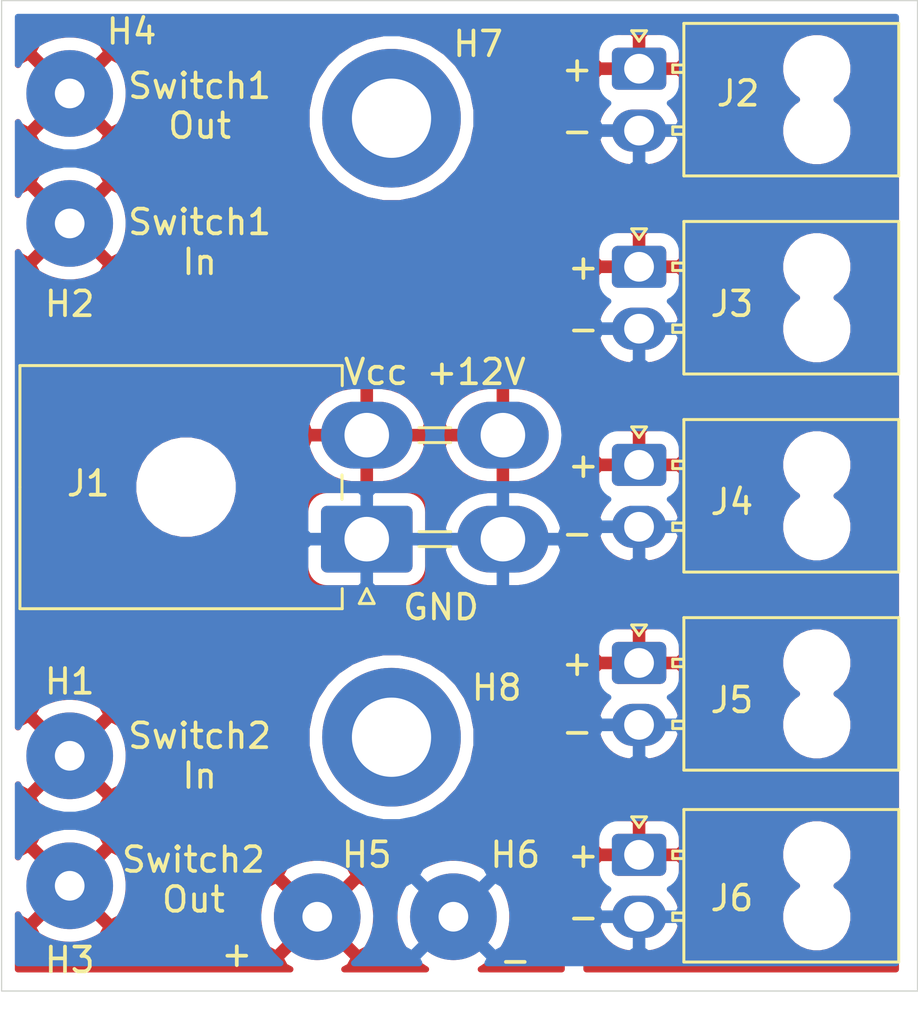
<source format=kicad_pcb>
(kicad_pcb (version 20171130) (host pcbnew "(5.1.5-0)")

  (general
    (thickness 1.6)
    (drawings 22)
    (tracks 0)
    (zones 0)
    (modules 14)
    (nets 5)
  )

  (page A4)
  (title_block
    (title "Reachy's Alim Board")
    (date 2020-03-25)
    (rev 1.0-alpha1)
    (company "Pollen Robotics")
  )

  (layers
    (0 F.Cu signal)
    (31 B.Cu signal)
    (32 B.Adhes user)
    (33 F.Adhes user)
    (34 B.Paste user)
    (35 F.Paste user)
    (36 B.SilkS user)
    (37 F.SilkS user)
    (38 B.Mask user)
    (39 F.Mask user)
    (40 Dwgs.User user)
    (41 Cmts.User user)
    (42 Eco1.User user)
    (43 Eco2.User user)
    (44 Edge.Cuts user)
    (45 Margin user)
    (46 B.CrtYd user)
    (47 F.CrtYd user)
    (48 B.Fab user)
    (49 F.Fab user)
  )

  (setup
    (last_trace_width 0.5)
    (trace_clearance 0.5)
    (zone_clearance 0.508)
    (zone_45_only yes)
    (trace_min 0.2)
    (via_size 0.8)
    (via_drill 0.4)
    (via_min_size 0.4)
    (via_min_drill 0.3)
    (uvia_size 0.3)
    (uvia_drill 0.1)
    (uvias_allowed no)
    (uvia_min_size 0.2)
    (uvia_min_drill 0.1)
    (edge_width 0.05)
    (segment_width 0.2)
    (pcb_text_width 0.3)
    (pcb_text_size 1.5 1.5)
    (mod_edge_width 0.12)
    (mod_text_size 1 1)
    (mod_text_width 0.15)
    (pad_size 1.524 1.524)
    (pad_drill 0.762)
    (pad_to_mask_clearance 0.051)
    (solder_mask_min_width 0.25)
    (aux_axis_origin 0 0)
    (visible_elements FFFFFF7F)
    (pcbplotparams
      (layerselection 0x010fc_ffffffff)
      (usegerberextensions false)
      (usegerberattributes false)
      (usegerberadvancedattributes false)
      (creategerberjobfile false)
      (excludeedgelayer true)
      (linewidth 0.100000)
      (plotframeref false)
      (viasonmask false)
      (mode 1)
      (useauxorigin false)
      (hpglpennumber 1)
      (hpglpenspeed 20)
      (hpglpendiameter 15.000000)
      (psnegative false)
      (psa4output false)
      (plotreference true)
      (plotvalue true)
      (plotinvisibletext false)
      (padsonsilk false)
      (subtractmaskfromsilk false)
      (outputformat 1)
      (mirror false)
      (drillshape 1)
      (scaleselection 1)
      (outputdirectory ""))
  )

  (net 0 "")
  (net 1 VCC)
  (net 2 "Net-(H3-Pad1)")
  (net 3 "Net-(H4-Pad1)")
  (net 4 GND)

  (net_class Default "Ceci est la Netclass par défaut."
    (clearance 0.5)
    (trace_width 0.5)
    (via_dia 0.8)
    (via_drill 0.4)
    (uvia_dia 0.3)
    (uvia_drill 0.1)
    (add_net GND)
    (add_net "Net-(H3-Pad1)")
    (add_net "Net-(H4-Pad1)")
    (add_net VCC)
  )

  (module Connector_Wire:SolderWirePad_1x01_Drill1.2mm (layer F.Cu) (tedit 5AEE5EA7) (tstamp 5E7B541A)
    (at 110 84.75)
    (descr "Wire solder connection")
    (tags connector)
    (path /5E83B51E)
    (attr virtual)
    (fp_text reference H1 (at 0 -3 180) (layer F.SilkS)
      (effects (font (size 1 1) (thickness 0.15)))
    )
    (fp_text value "Int.1 +" (at 0 3.175) (layer F.Fab)
      (effects (font (size 1 1) (thickness 0.15)))
    )
    (fp_text user %R (at 0 0) (layer F.Fab)
      (effects (font (size 1 1) (thickness 0.15)))
    )
    (fp_line (start -2.25 -2.25) (end 2.25 -2.25) (layer F.CrtYd) (width 0.05))
    (fp_line (start -2.25 -2.25) (end -2.25 2.25) (layer F.CrtYd) (width 0.05))
    (fp_line (start 2.25 2.25) (end 2.25 -2.25) (layer F.CrtYd) (width 0.05))
    (fp_line (start 2.25 2.25) (end -2.25 2.25) (layer F.CrtYd) (width 0.05))
    (pad 1 thru_hole circle (at 0 0) (size 3.50012 3.50012) (drill 1.19888) (layers *.Cu *.Mask)
      (net 1 VCC))
  )

  (module Connector_Wire:SolderWirePad_1x01_Drill1.2mm (layer F.Cu) (tedit 5AEE5EA7) (tstamp 5E7B549C)
    (at 110 63.25)
    (descr "Wire solder connection")
    (tags connector)
    (path /5E8428FE)
    (attr virtual)
    (fp_text reference H2 (at 0 3.25 180) (layer F.SilkS)
      (effects (font (size 1 1) (thickness 0.15)))
    )
    (fp_text value "Int.2 +" (at 0 3.175) (layer F.Fab)
      (effects (font (size 1 1) (thickness 0.15)))
    )
    (fp_text user %R (at 0 0.25) (layer F.Fab)
      (effects (font (size 1 1) (thickness 0.15)))
    )
    (fp_line (start -2.25 -2.25) (end 2.25 -2.25) (layer F.CrtYd) (width 0.05))
    (fp_line (start -2.25 -2.25) (end -2.25 2.25) (layer F.CrtYd) (width 0.05))
    (fp_line (start 2.25 2.25) (end 2.25 -2.25) (layer F.CrtYd) (width 0.05))
    (fp_line (start 2.25 2.25) (end -2.25 2.25) (layer F.CrtYd) (width 0.05))
    (pad 1 thru_hole circle (at 0 0) (size 3.50012 3.50012) (drill 1.19888) (layers *.Cu *.Mask)
      (net 1 VCC))
  )

  (module Connector_Wire:SolderWirePad_1x01_Drill1.2mm (layer F.Cu) (tedit 5AEE5EA7) (tstamp 5E7B4A7E)
    (at 110 90)
    (descr "Wire solder connection")
    (tags connector)
    (path /5E83BC60)
    (attr virtual)
    (fp_text reference H3 (at 0 3 180) (layer F.SilkS)
      (effects (font (size 1 1) (thickness 0.15)))
    )
    (fp_text value "Int.1 -" (at 0 3.175) (layer F.Fab)
      (effects (font (size 1 1) (thickness 0.15)))
    )
    (fp_line (start 2.25 2.25) (end -2.25 2.25) (layer F.CrtYd) (width 0.05))
    (fp_line (start 2.25 2.25) (end 2.25 -2.25) (layer F.CrtYd) (width 0.05))
    (fp_line (start -2.25 -2.25) (end -2.25 2.25) (layer F.CrtYd) (width 0.05))
    (fp_line (start -2.25 -2.25) (end 2.25 -2.25) (layer F.CrtYd) (width 0.05))
    (fp_text user %R (at 0 0) (layer F.Fab)
      (effects (font (size 1 1) (thickness 0.15)))
    )
    (pad 1 thru_hole circle (at 0 0) (size 3.50012 3.50012) (drill 1.19888) (layers *.Cu *.Mask)
      (net 2 "Net-(H3-Pad1)"))
  )

  (module Connector_Wire:SolderWirePad_1x01_Drill1.2mm (layer F.Cu) (tedit 5AEE5EA7) (tstamp 5E7B545B)
    (at 110 58)
    (descr "Wire solder connection")
    (tags connector)
    (path /5E843661)
    (attr virtual)
    (fp_text reference H4 (at 2.5 -2.5 180) (layer F.SilkS)
      (effects (font (size 1 1) (thickness 0.15)))
    )
    (fp_text value "Int.2 -" (at 0 3.175) (layer F.Fab)
      (effects (font (size 1 1) (thickness 0.15)))
    )
    (fp_line (start 2.25 2.25) (end -2.25 2.25) (layer F.CrtYd) (width 0.05))
    (fp_line (start 2.25 2.25) (end 2.25 -2.25) (layer F.CrtYd) (width 0.05))
    (fp_line (start -2.25 -2.25) (end -2.25 2.25) (layer F.CrtYd) (width 0.05))
    (fp_line (start -2.25 -2.25) (end 2.25 -2.25) (layer F.CrtYd) (width 0.05))
    (fp_text user %R (at 0 0) (layer F.Fab)
      (effects (font (size 1 1) (thickness 0.15)))
    )
    (pad 1 thru_hole circle (at 0 0) (size 3.50012 3.50012) (drill 1.19888) (layers *.Cu *.Mask)
      (net 3 "Net-(H4-Pad1)"))
  )

  (module Connector_Wire:SolderWirePad_1x01_Drill1.2mm (layer F.Cu) (tedit 5AEE5EA7) (tstamp 5E7B4A92)
    (at 120 91.25)
    (descr "Wire solder connection")
    (tags connector)
    (path /5E83BEFF)
    (attr virtual)
    (fp_text reference H5 (at 2 -2.5) (layer F.SilkS)
      (effects (font (size 1 1) (thickness 0.15)))
    )
    (fp_text value "Rasp. +" (at 0 3.175) (layer F.Fab)
      (effects (font (size 1 1) (thickness 0.15)))
    )
    (fp_line (start 2.25 2.25) (end -2.25 2.25) (layer F.CrtYd) (width 0.05))
    (fp_line (start 2.25 2.25) (end 2.25 -2.25) (layer F.CrtYd) (width 0.05))
    (fp_line (start -2.25 -2.25) (end -2.25 2.25) (layer F.CrtYd) (width 0.05))
    (fp_line (start -2.25 -2.25) (end 2.25 -2.25) (layer F.CrtYd) (width 0.05))
    (fp_text user %R (at -1.45 0.6) (layer F.Fab)
      (effects (font (size 1 1) (thickness 0.15)))
    )
    (pad 1 thru_hole circle (at 0 0) (size 3.50012 3.50012) (drill 1.19888) (layers *.Cu *.Mask)
      (net 2 "Net-(H3-Pad1)"))
  )

  (module Connector_Wire:SolderWirePad_1x01_Drill1.2mm (layer F.Cu) (tedit 5AEE5EA7) (tstamp 5E7B4A9C)
    (at 125.5 91.25)
    (descr "Wire solder connection")
    (tags connector)
    (path /5E83C307)
    (attr virtual)
    (fp_text reference H6 (at 2.5 -2.5) (layer F.SilkS)
      (effects (font (size 1 1) (thickness 0.15)))
    )
    (fp_text value "Rasp. -" (at 1 3.5) (layer F.Fab)
      (effects (font (size 1 1) (thickness 0.15)))
    )
    (fp_line (start 2.25 2.25) (end -2.25 2.25) (layer F.CrtYd) (width 0.05))
    (fp_line (start 2.25 2.25) (end 2.25 -2.25) (layer F.CrtYd) (width 0.05))
    (fp_line (start -2.25 -2.25) (end -2.25 2.25) (layer F.CrtYd) (width 0.05))
    (fp_line (start -2.25 -2.25) (end 2.25 -2.25) (layer F.CrtYd) (width 0.05))
    (fp_text user %R (at -1.25 -1) (layer F.Fab)
      (effects (font (size 1 1) (thickness 0.15)))
    )
    (pad 1 thru_hole circle (at 0 0) (size 3.50012 3.50012) (drill 1.19888) (layers *.Cu *.Mask)
      (net 4 GND))
  )

  (module Connector_Molex:Molex_Mini-Fit_Jr_5569-04A2_2x02_P4.20mm_Horizontal (layer F.Cu) (tedit 5B7818E8) (tstamp 5E7B5654)
    (at 122 76 90)
    (descr "Molex Mini-Fit Jr. Power Connectors, old mpn/engineering number: 5569-04A2, example for new mpn: 39-30-0040, 2 Pins per row, Mounting: Snap-in Plastic Peg PCB Lock (http://www.molex.com/pdm_docs/sd/039300020_sd.pdf), generated with kicad-footprint-generator")
    (tags "connector Molex Mini-Fit_Jr top entryplastic_peg")
    (path /5E82D211)
    (fp_text reference J1 (at 2.25 -11.25 180) (layer F.SilkS)
      (effects (font (size 1 1) (thickness 0.15)))
    )
    (fp_text value Alimentation (at 2.1 8.55 90) (layer F.Fab)
      (effects (font (size 1 1) (thickness 0.15)))
    )
    (fp_line (start -2.7 -13.9) (end -2.7 -1.1) (layer F.Fab) (width 0.1))
    (fp_line (start -2.7 -1.1) (end 6.9 -1.1) (layer F.Fab) (width 0.1))
    (fp_line (start 6.9 -1.1) (end 6.9 -13.9) (layer F.Fab) (width 0.1))
    (fp_line (start 6.9 -13.9) (end -2.7 -13.9) (layer F.Fab) (width 0.1))
    (fp_line (start -2 -0.99) (end -2.81 -0.99) (layer F.SilkS) (width 0.12))
    (fp_line (start -2.81 -0.99) (end -2.81 -14.01) (layer F.SilkS) (width 0.12))
    (fp_line (start -2.81 -14.01) (end 2.1 -14.01) (layer F.SilkS) (width 0.12))
    (fp_line (start 6.2 -0.99) (end 7.01 -0.99) (layer F.SilkS) (width 0.12))
    (fp_line (start 7.01 -0.99) (end 7.01 -14.01) (layer F.SilkS) (width 0.12))
    (fp_line (start 7.01 -14.01) (end 2.1 -14.01) (layer F.SilkS) (width 0.12))
    (fp_line (start -0.3 2.11) (end -0.3 3.39) (layer F.SilkS) (width 0.12))
    (fp_line (start 0.3 2.11) (end 0.3 3.39) (layer F.SilkS) (width 0.12))
    (fp_line (start 3.9 2.11) (end 3.9 3.39) (layer F.SilkS) (width 0.12))
    (fp_line (start 4.5 2.11) (end 4.5 3.39) (layer F.SilkS) (width 0.12))
    (fp_line (start 1.61 -1) (end 2.59 -1) (layer F.SilkS) (width 0.12))
    (fp_line (start -2 0) (end -2.6 0.3) (layer F.SilkS) (width 0.12))
    (fp_line (start -2.6 0.3) (end -2.6 -0.3) (layer F.SilkS) (width 0.12))
    (fp_line (start -2.6 -0.3) (end -2 0) (layer F.SilkS) (width 0.12))
    (fp_line (start -1 -1.1) (end 0 -2.514214) (layer F.Fab) (width 0.1))
    (fp_line (start 0 -2.514214) (end 1 -1.1) (layer F.Fab) (width 0.1))
    (fp_line (start -3.2 -14.4) (end -3.2 7.85) (layer F.CrtYd) (width 0.05))
    (fp_line (start -3.2 7.85) (end 7.4 7.85) (layer F.CrtYd) (width 0.05))
    (fp_line (start 7.4 7.85) (end 7.4 -14.4) (layer F.CrtYd) (width 0.05))
    (fp_line (start 7.4 -14.4) (end -3.2 -14.4) (layer F.CrtYd) (width 0.05))
    (fp_text user %R (at 2.1 -13.2 90) (layer F.Fab)
      (effects (font (size 1 1) (thickness 0.15)))
    )
    (pad 1 thru_hole roundrect (at 0 0 90) (size 2.7 3.7) (drill 1.8) (layers *.Cu *.Mask) (roundrect_rratio 0.09259299999999999)
      (net 4 GND))
    (pad 2 thru_hole oval (at 4.2 0 90) (size 2.7 3.7) (drill 1.8) (layers *.Cu *.Mask)
      (net 1 VCC))
    (pad 3 thru_hole oval (at 0 5.5 90) (size 2.7 3.7) (drill 1.8) (layers *.Cu *.Mask)
      (net 4 GND))
    (pad 4 thru_hole oval (at 4.2 5.5 90) (size 2.7 3.7) (drill 1.8) (layers *.Cu *.Mask)
      (net 1 VCC))
    (pad "" np_thru_hole circle (at 2.1 -7.3 90) (size 3 3) (drill 3) (layers *.Cu *.Mask))
    (model ${KISYS3DMOD}/Connector_Molex.3dshapes/Molex_Mini-Fit_Jr_5569-04A2_2x02_P4.20mm_Horizontal.wrl
      (at (xyz 0 0 0))
      (scale (xyz 1 1 1))
      (rotate (xyz 0 0 0))
    )
  )

  (module Connector_Molex:Molex_Nano-Fit_105313-xx02_1x02_P2.50mm_Horizontal (layer F.Cu) (tedit 5B782416) (tstamp 5E7B4AE1)
    (at 133 57)
    (descr "Molex Nano-Fit Power Connectors, 105313-xx02, 2 Pins per row (http://www.molex.com/pdm_docs/sd/1053131208_sd.pdf), generated with kicad-footprint-generator")
    (tags "connector Molex Nano-Fit top entry")
    (path /5E83135C)
    (fp_text reference J2 (at 4 1) (layer F.SilkS)
      (effects (font (size 1 1) (thickness 0.15)))
    )
    (fp_text value Conn_01x02 (at 6.15 5.42) (layer F.Fab)
      (effects (font (size 1 1) (thickness 0.15)))
    )
    (fp_line (start 1.92 -1.72) (end 1.92 4.22) (layer F.Fab) (width 0.1))
    (fp_line (start 1.92 4.22) (end 10.38 4.22) (layer F.Fab) (width 0.1))
    (fp_line (start 10.38 4.22) (end 10.38 -1.72) (layer F.Fab) (width 0.1))
    (fp_line (start 10.38 -1.72) (end 1.92 -1.72) (layer F.Fab) (width 0.1))
    (fp_line (start 1.81 -1.83) (end 1.81 4.33) (layer F.SilkS) (width 0.12))
    (fp_line (start 1.81 4.33) (end 10.49 4.33) (layer F.SilkS) (width 0.12))
    (fp_line (start 10.49 4.33) (end 10.49 -1.83) (layer F.SilkS) (width 0.12))
    (fp_line (start 10.49 -1.83) (end 1.81 -1.83) (layer F.SilkS) (width 0.12))
    (fp_line (start 1.81 0.15) (end 1.81 -0.15) (layer F.SilkS) (width 0.12))
    (fp_line (start 1.81 -0.15) (end 1.36 -0.15) (layer F.SilkS) (width 0.12))
    (fp_line (start 1.36 -0.15) (end 1.36 0.15) (layer F.SilkS) (width 0.12))
    (fp_line (start 1.36 0.15) (end 1.81 0.15) (layer F.SilkS) (width 0.12))
    (fp_line (start 1.81 2.65) (end 1.81 2.35) (layer F.SilkS) (width 0.12))
    (fp_line (start 1.81 2.35) (end 1.36 2.35) (layer F.SilkS) (width 0.12))
    (fp_line (start 1.36 2.35) (end 1.36 2.65) (layer F.SilkS) (width 0.12))
    (fp_line (start 1.36 2.65) (end 1.81 2.65) (layer F.SilkS) (width 0.12))
    (fp_line (start 0 -1.11) (end 0.3 -1.534264) (layer F.SilkS) (width 0.12))
    (fp_line (start 0.3 -1.534264) (end -0.3 -1.534264) (layer F.SilkS) (width 0.12))
    (fp_line (start -0.3 -1.534264) (end 0 -1.11) (layer F.SilkS) (width 0.12))
    (fp_line (start 0 -1.11) (end 0.3 -1.534264) (layer F.Fab) (width 0.1))
    (fp_line (start 0.3 -1.534264) (end -0.3 -1.534264) (layer F.Fab) (width 0.1))
    (fp_line (start -0.3 -1.534264) (end 0 -1.11) (layer F.Fab) (width 0.1))
    (fp_line (start -1.6 -2.22) (end -1.6 4.72) (layer F.CrtYd) (width 0.05))
    (fp_line (start -1.6 4.72) (end 10.88 4.72) (layer F.CrtYd) (width 0.05))
    (fp_line (start 10.88 4.72) (end 10.88 -2.22) (layer F.CrtYd) (width 0.05))
    (fp_line (start 10.88 -2.22) (end -1.6 -2.22) (layer F.CrtYd) (width 0.05))
    (fp_text user %R (at 6.15 3.52) (layer F.Fab)
      (effects (font (size 1 1) (thickness 0.15)))
    )
    (pad 1 thru_hole roundrect (at 0 0) (size 2.2 1.7) (drill 1.2) (layers *.Cu *.Mask) (roundrect_rratio 0.147059)
      (net 3 "Net-(H4-Pad1)"))
    (pad 2 thru_hole oval (at 0 2.5) (size 2.2 1.7) (drill 1.2) (layers *.Cu *.Mask)
      (net 4 GND))
    (pad "" np_thru_hole circle (at 7.18 0) (size 1.7 1.7) (drill 1.7) (layers *.Cu *.Mask))
    (pad "" np_thru_hole circle (at 7.18 2.5) (size 1.7 1.7) (drill 1.7) (layers *.Cu *.Mask))
    (model ${KISYS3DMOD}/Connector_Molex.3dshapes/Molex_Nano-Fit_105313-xx02_1x02_P2.50mm_Horizontal.wrl
      (at (xyz 0 0 0))
      (scale (xyz 1 1 1))
      (rotate (xyz 0 0 0))
    )
  )

  (module Connector_Molex:Molex_Nano-Fit_105313-xx02_1x02_P2.50mm_Horizontal (layer F.Cu) (tedit 5B782416) (tstamp 5E7B4B04)
    (at 133 65)
    (descr "Molex Nano-Fit Power Connectors, 105313-xx02, 2 Pins per row (http://www.molex.com/pdm_docs/sd/1053131208_sd.pdf), generated with kicad-footprint-generator")
    (tags "connector Molex Nano-Fit top entry")
    (path /5E83044C)
    (fp_text reference J3 (at 3.75 1.5) (layer F.SilkS)
      (effects (font (size 1 1) (thickness 0.15)))
    )
    (fp_text value Conn_01x02 (at 6.15 5.42) (layer F.Fab)
      (effects (font (size 1 1) (thickness 0.15)))
    )
    (fp_text user %R (at 6.15 3.52) (layer F.Fab)
      (effects (font (size 1 1) (thickness 0.15)))
    )
    (fp_line (start 10.88 -2.22) (end -1.6 -2.22) (layer F.CrtYd) (width 0.05))
    (fp_line (start 10.88 4.72) (end 10.88 -2.22) (layer F.CrtYd) (width 0.05))
    (fp_line (start -1.6 4.72) (end 10.88 4.72) (layer F.CrtYd) (width 0.05))
    (fp_line (start -1.6 -2.22) (end -1.6 4.72) (layer F.CrtYd) (width 0.05))
    (fp_line (start -0.3 -1.534264) (end 0 -1.11) (layer F.Fab) (width 0.1))
    (fp_line (start 0.3 -1.534264) (end -0.3 -1.534264) (layer F.Fab) (width 0.1))
    (fp_line (start 0 -1.11) (end 0.3 -1.534264) (layer F.Fab) (width 0.1))
    (fp_line (start -0.3 -1.534264) (end 0 -1.11) (layer F.SilkS) (width 0.12))
    (fp_line (start 0.3 -1.534264) (end -0.3 -1.534264) (layer F.SilkS) (width 0.12))
    (fp_line (start 0 -1.11) (end 0.3 -1.534264) (layer F.SilkS) (width 0.12))
    (fp_line (start 1.36 2.65) (end 1.81 2.65) (layer F.SilkS) (width 0.12))
    (fp_line (start 1.36 2.35) (end 1.36 2.65) (layer F.SilkS) (width 0.12))
    (fp_line (start 1.81 2.35) (end 1.36 2.35) (layer F.SilkS) (width 0.12))
    (fp_line (start 1.81 2.65) (end 1.81 2.35) (layer F.SilkS) (width 0.12))
    (fp_line (start 1.36 0.15) (end 1.81 0.15) (layer F.SilkS) (width 0.12))
    (fp_line (start 1.36 -0.15) (end 1.36 0.15) (layer F.SilkS) (width 0.12))
    (fp_line (start 1.81 -0.15) (end 1.36 -0.15) (layer F.SilkS) (width 0.12))
    (fp_line (start 1.81 0.15) (end 1.81 -0.15) (layer F.SilkS) (width 0.12))
    (fp_line (start 10.49 -1.83) (end 1.81 -1.83) (layer F.SilkS) (width 0.12))
    (fp_line (start 10.49 4.33) (end 10.49 -1.83) (layer F.SilkS) (width 0.12))
    (fp_line (start 1.81 4.33) (end 10.49 4.33) (layer F.SilkS) (width 0.12))
    (fp_line (start 1.81 -1.83) (end 1.81 4.33) (layer F.SilkS) (width 0.12))
    (fp_line (start 10.38 -1.72) (end 1.92 -1.72) (layer F.Fab) (width 0.1))
    (fp_line (start 10.38 4.22) (end 10.38 -1.72) (layer F.Fab) (width 0.1))
    (fp_line (start 1.92 4.22) (end 10.38 4.22) (layer F.Fab) (width 0.1))
    (fp_line (start 1.92 -1.72) (end 1.92 4.22) (layer F.Fab) (width 0.1))
    (pad "" np_thru_hole circle (at 7.18 2.5) (size 1.7 1.7) (drill 1.7) (layers *.Cu *.Mask))
    (pad "" np_thru_hole circle (at 7.18 0) (size 1.7 1.7) (drill 1.7) (layers *.Cu *.Mask))
    (pad 2 thru_hole oval (at 0 2.5) (size 2.2 1.7) (drill 1.2) (layers *.Cu *.Mask)
      (net 4 GND))
    (pad 1 thru_hole roundrect (at 0 0) (size 2.2 1.7) (drill 1.2) (layers *.Cu *.Mask) (roundrect_rratio 0.147059)
      (net 3 "Net-(H4-Pad1)"))
    (model ${KISYS3DMOD}/Connector_Molex.3dshapes/Molex_Nano-Fit_105313-xx02_1x02_P2.50mm_Horizontal.wrl
      (at (xyz 0 0 0))
      (scale (xyz 1 1 1))
      (rotate (xyz 0 0 0))
    )
  )

  (module Connector_Molex:Molex_Nano-Fit_105313-xx02_1x02_P2.50mm_Horizontal (layer F.Cu) (tedit 5B782416) (tstamp 5E7B4B27)
    (at 133 73)
    (descr "Molex Nano-Fit Power Connectors, 105313-xx02, 2 Pins per row (http://www.molex.com/pdm_docs/sd/1053131208_sd.pdf), generated with kicad-footprint-generator")
    (tags "connector Molex Nano-Fit top entry")
    (path /5E82FE9C)
    (fp_text reference J4 (at 3.75 1.5) (layer F.SilkS)
      (effects (font (size 1 1) (thickness 0.15)))
    )
    (fp_text value Conn_01x02 (at 6.15 5.42) (layer F.Fab)
      (effects (font (size 1 1) (thickness 0.15)))
    )
    (fp_line (start 1.92 -1.72) (end 1.92 4.22) (layer F.Fab) (width 0.1))
    (fp_line (start 1.92 4.22) (end 10.38 4.22) (layer F.Fab) (width 0.1))
    (fp_line (start 10.38 4.22) (end 10.38 -1.72) (layer F.Fab) (width 0.1))
    (fp_line (start 10.38 -1.72) (end 1.92 -1.72) (layer F.Fab) (width 0.1))
    (fp_line (start 1.81 -1.83) (end 1.81 4.33) (layer F.SilkS) (width 0.12))
    (fp_line (start 1.81 4.33) (end 10.49 4.33) (layer F.SilkS) (width 0.12))
    (fp_line (start 10.49 4.33) (end 10.49 -1.83) (layer F.SilkS) (width 0.12))
    (fp_line (start 10.49 -1.83) (end 1.81 -1.83) (layer F.SilkS) (width 0.12))
    (fp_line (start 1.81 0.15) (end 1.81 -0.15) (layer F.SilkS) (width 0.12))
    (fp_line (start 1.81 -0.15) (end 1.36 -0.15) (layer F.SilkS) (width 0.12))
    (fp_line (start 1.36 -0.15) (end 1.36 0.15) (layer F.SilkS) (width 0.12))
    (fp_line (start 1.36 0.15) (end 1.81 0.15) (layer F.SilkS) (width 0.12))
    (fp_line (start 1.81 2.65) (end 1.81 2.35) (layer F.SilkS) (width 0.12))
    (fp_line (start 1.81 2.35) (end 1.36 2.35) (layer F.SilkS) (width 0.12))
    (fp_line (start 1.36 2.35) (end 1.36 2.65) (layer F.SilkS) (width 0.12))
    (fp_line (start 1.36 2.65) (end 1.81 2.65) (layer F.SilkS) (width 0.12))
    (fp_line (start 0 -1.11) (end 0.3 -1.534264) (layer F.SilkS) (width 0.12))
    (fp_line (start 0.3 -1.534264) (end -0.3 -1.534264) (layer F.SilkS) (width 0.12))
    (fp_line (start -0.3 -1.534264) (end 0 -1.11) (layer F.SilkS) (width 0.12))
    (fp_line (start 0 -1.11) (end 0.3 -1.534264) (layer F.Fab) (width 0.1))
    (fp_line (start 0.3 -1.534264) (end -0.3 -1.534264) (layer F.Fab) (width 0.1))
    (fp_line (start -0.3 -1.534264) (end 0 -1.11) (layer F.Fab) (width 0.1))
    (fp_line (start -1.6 -2.22) (end -1.6 4.72) (layer F.CrtYd) (width 0.05))
    (fp_line (start -1.6 4.72) (end 10.88 4.72) (layer F.CrtYd) (width 0.05))
    (fp_line (start 10.88 4.72) (end 10.88 -2.22) (layer F.CrtYd) (width 0.05))
    (fp_line (start 10.88 -2.22) (end -1.6 -2.22) (layer F.CrtYd) (width 0.05))
    (fp_text user %R (at 6.15 3.52) (layer F.Fab)
      (effects (font (size 1 1) (thickness 0.15)))
    )
    (pad 1 thru_hole roundrect (at 0 0) (size 2.2 1.7) (drill 1.2) (layers *.Cu *.Mask) (roundrect_rratio 0.147059)
      (net 3 "Net-(H4-Pad1)"))
    (pad 2 thru_hole oval (at 0 2.5) (size 2.2 1.7) (drill 1.2) (layers *.Cu *.Mask)
      (net 4 GND))
    (pad "" np_thru_hole circle (at 7.18 0) (size 1.7 1.7) (drill 1.7) (layers *.Cu *.Mask))
    (pad "" np_thru_hole circle (at 7.18 2.5) (size 1.7 1.7) (drill 1.7) (layers *.Cu *.Mask))
    (model ${KISYS3DMOD}/Connector_Molex.3dshapes/Molex_Nano-Fit_105313-xx02_1x02_P2.50mm_Horizontal.wrl
      (at (xyz 0 0 0))
      (scale (xyz 1 1 1))
      (rotate (xyz 0 0 0))
    )
  )

  (module Connector_Molex:Molex_Nano-Fit_105313-xx02_1x02_P2.50mm_Horizontal (layer F.Cu) (tedit 5B782416) (tstamp 5E7B4B4A)
    (at 133 81)
    (descr "Molex Nano-Fit Power Connectors, 105313-xx02, 2 Pins per row (http://www.molex.com/pdm_docs/sd/1053131208_sd.pdf), generated with kicad-footprint-generator")
    (tags "connector Molex Nano-Fit top entry")
    (path /5E82FB12)
    (fp_text reference J5 (at 3.75 1.5) (layer F.SilkS)
      (effects (font (size 1 1) (thickness 0.15)))
    )
    (fp_text value Conn_01x02 (at 6.15 5.42) (layer F.Fab)
      (effects (font (size 1 1) (thickness 0.15)))
    )
    (fp_text user %R (at 6.15 3.52) (layer F.Fab)
      (effects (font (size 1 1) (thickness 0.15)))
    )
    (fp_line (start 10.88 -2.22) (end -1.6 -2.22) (layer F.CrtYd) (width 0.05))
    (fp_line (start 10.88 4.72) (end 10.88 -2.22) (layer F.CrtYd) (width 0.05))
    (fp_line (start -1.6 4.72) (end 10.88 4.72) (layer F.CrtYd) (width 0.05))
    (fp_line (start -1.6 -2.22) (end -1.6 4.72) (layer F.CrtYd) (width 0.05))
    (fp_line (start -0.3 -1.534264) (end 0 -1.11) (layer F.Fab) (width 0.1))
    (fp_line (start 0.3 -1.534264) (end -0.3 -1.534264) (layer F.Fab) (width 0.1))
    (fp_line (start 0 -1.11) (end 0.3 -1.534264) (layer F.Fab) (width 0.1))
    (fp_line (start -0.3 -1.534264) (end 0 -1.11) (layer F.SilkS) (width 0.12))
    (fp_line (start 0.3 -1.534264) (end -0.3 -1.534264) (layer F.SilkS) (width 0.12))
    (fp_line (start 0 -1.11) (end 0.3 -1.534264) (layer F.SilkS) (width 0.12))
    (fp_line (start 1.36 2.65) (end 1.81 2.65) (layer F.SilkS) (width 0.12))
    (fp_line (start 1.36 2.35) (end 1.36 2.65) (layer F.SilkS) (width 0.12))
    (fp_line (start 1.81 2.35) (end 1.36 2.35) (layer F.SilkS) (width 0.12))
    (fp_line (start 1.81 2.65) (end 1.81 2.35) (layer F.SilkS) (width 0.12))
    (fp_line (start 1.36 0.15) (end 1.81 0.15) (layer F.SilkS) (width 0.12))
    (fp_line (start 1.36 -0.15) (end 1.36 0.15) (layer F.SilkS) (width 0.12))
    (fp_line (start 1.81 -0.15) (end 1.36 -0.15) (layer F.SilkS) (width 0.12))
    (fp_line (start 1.81 0.15) (end 1.81 -0.15) (layer F.SilkS) (width 0.12))
    (fp_line (start 10.49 -1.83) (end 1.81 -1.83) (layer F.SilkS) (width 0.12))
    (fp_line (start 10.49 4.33) (end 10.49 -1.83) (layer F.SilkS) (width 0.12))
    (fp_line (start 1.81 4.33) (end 10.49 4.33) (layer F.SilkS) (width 0.12))
    (fp_line (start 1.81 -1.83) (end 1.81 4.33) (layer F.SilkS) (width 0.12))
    (fp_line (start 10.38 -1.72) (end 1.92 -1.72) (layer F.Fab) (width 0.1))
    (fp_line (start 10.38 4.22) (end 10.38 -1.72) (layer F.Fab) (width 0.1))
    (fp_line (start 1.92 4.22) (end 10.38 4.22) (layer F.Fab) (width 0.1))
    (fp_line (start 1.92 -1.72) (end 1.92 4.22) (layer F.Fab) (width 0.1))
    (pad "" np_thru_hole circle (at 7.18 2.5) (size 1.7 1.7) (drill 1.7) (layers *.Cu *.Mask))
    (pad "" np_thru_hole circle (at 7.18 0) (size 1.7 1.7) (drill 1.7) (layers *.Cu *.Mask))
    (pad 2 thru_hole oval (at 0 2.5) (size 2.2 1.7) (drill 1.2) (layers *.Cu *.Mask)
      (net 4 GND))
    (pad 1 thru_hole roundrect (at 0 0) (size 2.2 1.7) (drill 1.2) (layers *.Cu *.Mask) (roundrect_rratio 0.147059)
      (net 3 "Net-(H4-Pad1)"))
    (model ${KISYS3DMOD}/Connector_Molex.3dshapes/Molex_Nano-Fit_105313-xx02_1x02_P2.50mm_Horizontal.wrl
      (at (xyz 0 0 0))
      (scale (xyz 1 1 1))
      (rotate (xyz 0 0 0))
    )
  )

  (module Connector_Molex:Molex_Nano-Fit_105313-xx02_1x02_P2.50mm_Horizontal (layer F.Cu) (tedit 5B782416) (tstamp 5E7B4B6D)
    (at 133 88.75)
    (descr "Molex Nano-Fit Power Connectors, 105313-xx02, 2 Pins per row (http://www.molex.com/pdm_docs/sd/1053131208_sd.pdf), generated with kicad-footprint-generator")
    (tags "connector Molex Nano-Fit top entry")
    (path /5E82EF89)
    (fp_text reference J6 (at 3.75 1.75) (layer F.SilkS)
      (effects (font (size 1 1) (thickness 0.15)))
    )
    (fp_text value Conn_01x02 (at 6.15 5.42) (layer F.Fab)
      (effects (font (size 1 1) (thickness 0.15)))
    )
    (fp_line (start 1.92 -1.72) (end 1.92 4.22) (layer F.Fab) (width 0.1))
    (fp_line (start 1.92 4.22) (end 10.38 4.22) (layer F.Fab) (width 0.1))
    (fp_line (start 10.38 4.22) (end 10.38 -1.72) (layer F.Fab) (width 0.1))
    (fp_line (start 10.38 -1.72) (end 1.92 -1.72) (layer F.Fab) (width 0.1))
    (fp_line (start 1.81 -1.83) (end 1.81 4.33) (layer F.SilkS) (width 0.12))
    (fp_line (start 1.81 4.33) (end 10.49 4.33) (layer F.SilkS) (width 0.12))
    (fp_line (start 10.49 4.33) (end 10.49 -1.83) (layer F.SilkS) (width 0.12))
    (fp_line (start 10.49 -1.83) (end 1.81 -1.83) (layer F.SilkS) (width 0.12))
    (fp_line (start 1.81 0.15) (end 1.81 -0.15) (layer F.SilkS) (width 0.12))
    (fp_line (start 1.81 -0.15) (end 1.36 -0.15) (layer F.SilkS) (width 0.12))
    (fp_line (start 1.36 -0.15) (end 1.36 0.15) (layer F.SilkS) (width 0.12))
    (fp_line (start 1.36 0.15) (end 1.81 0.15) (layer F.SilkS) (width 0.12))
    (fp_line (start 1.81 2.65) (end 1.81 2.35) (layer F.SilkS) (width 0.12))
    (fp_line (start 1.81 2.35) (end 1.36 2.35) (layer F.SilkS) (width 0.12))
    (fp_line (start 1.36 2.35) (end 1.36 2.65) (layer F.SilkS) (width 0.12))
    (fp_line (start 1.36 2.65) (end 1.81 2.65) (layer F.SilkS) (width 0.12))
    (fp_line (start 0 -1.11) (end 0.3 -1.534264) (layer F.SilkS) (width 0.12))
    (fp_line (start 0.3 -1.534264) (end -0.3 -1.534264) (layer F.SilkS) (width 0.12))
    (fp_line (start -0.3 -1.534264) (end 0 -1.11) (layer F.SilkS) (width 0.12))
    (fp_line (start 0 -1.11) (end 0.3 -1.534264) (layer F.Fab) (width 0.1))
    (fp_line (start 0.3 -1.534264) (end -0.3 -1.534264) (layer F.Fab) (width 0.1))
    (fp_line (start -0.3 -1.534264) (end 0 -1.11) (layer F.Fab) (width 0.1))
    (fp_line (start -1.6 -2.22) (end -1.6 4.72) (layer F.CrtYd) (width 0.05))
    (fp_line (start -1.6 4.72) (end 10.88 4.72) (layer F.CrtYd) (width 0.05))
    (fp_line (start 10.88 4.72) (end 10.88 -2.22) (layer F.CrtYd) (width 0.05))
    (fp_line (start 10.88 -2.22) (end -1.6 -2.22) (layer F.CrtYd) (width 0.05))
    (fp_text user %R (at 6.15 3.52) (layer F.Fab)
      (effects (font (size 1 1) (thickness 0.15)))
    )
    (pad 1 thru_hole roundrect (at 0 0) (size 2.2 1.7) (drill 1.2) (layers *.Cu *.Mask) (roundrect_rratio 0.147059)
      (net 3 "Net-(H4-Pad1)"))
    (pad 2 thru_hole oval (at 0 2.5) (size 2.2 1.7) (drill 1.2) (layers *.Cu *.Mask)
      (net 4 GND))
    (pad "" np_thru_hole circle (at 7.18 0) (size 1.7 1.7) (drill 1.7) (layers *.Cu *.Mask))
    (pad "" np_thru_hole circle (at 7.18 2.5) (size 1.7 1.7) (drill 1.7) (layers *.Cu *.Mask))
    (model ${KISYS3DMOD}/Connector_Molex.3dshapes/Molex_Nano-Fit_105313-xx02_1x02_P2.50mm_Horizontal.wrl
      (at (xyz 0 0 0))
      (scale (xyz 1 1 1))
      (rotate (xyz 0 0 0))
    )
  )

  (module MountingHole:MountingHole_3.2mm_M3_DIN965_Pad (layer F.Cu) (tedit 56D1B4CB) (tstamp 5E7B7217)
    (at 123 84)
    (descr "Mounting Hole 3.2mm, M3, DIN965")
    (tags "mounting hole 3.2mm m3 din965")
    (path /5E7CBDA8)
    (attr virtual)
    (fp_text reference H8 (at 4.25 -2) (layer F.SilkS)
      (effects (font (size 1 1) (thickness 0.15)))
    )
    (fp_text value MountingHole (at 0 3.8) (layer F.Fab)
      (effects (font (size 1 1) (thickness 0.15)))
    )
    (fp_text user %R (at 0.3 0) (layer F.Fab)
      (effects (font (size 1 1) (thickness 0.15)))
    )
    (fp_circle (center 0 0) (end 2.8 0) (layer Cmts.User) (width 0.15))
    (fp_circle (center 0 0) (end 3.05 0) (layer F.CrtYd) (width 0.05))
    (pad 1 thru_hole circle (at 0 0) (size 5.6 5.6) (drill 3.2) (layers *.Cu *.Mask))
  )

  (module MountingHole:MountingHole_3.2mm_M3_DIN965_Pad (layer F.Cu) (tedit 56D1B4CB) (tstamp 5E7B7EAD)
    (at 123 59)
    (descr "Mounting Hole 3.2mm, M3, DIN965")
    (tags "mounting hole 3.2mm m3 din965")
    (path /5E7CC8DC)
    (attr virtual)
    (fp_text reference H7 (at 3.5 -3) (layer F.SilkS)
      (effects (font (size 1 1) (thickness 0.15)))
    )
    (fp_text value MountingHole (at 0 3.8) (layer F.Fab)
      (effects (font (size 1 1) (thickness 0.15)))
    )
    (fp_text user %R (at 0.3 0) (layer F.Fab)
      (effects (font (size 1 1) (thickness 0.15)))
    )
    (fp_circle (center 0 0) (end 2.8 0) (layer Cmts.User) (width 0.15))
    (fp_circle (center 0 0) (end 3.05 0) (layer F.CrtYd) (width 0.05))
    (pad 1 thru_hole circle (at 0 0) (size 5.6 5.6) (drill 3.2) (layers *.Cu *.Mask))
  )

  (gr_text "+\n" (at 130.5 57) (layer F.SilkS) (tstamp 5E7B7D7E)
    (effects (font (size 1 1) (thickness 0.15)))
  )
  (gr_text "+\n" (at 130.75 65) (layer F.SilkS) (tstamp 5E7B7D7E)
    (effects (font (size 1 1) (thickness 0.15)))
  )
  (gr_text "+\n" (at 130.75 73) (layer F.SilkS) (tstamp 5E7B7D7E)
    (effects (font (size 1 1) (thickness 0.15)))
  )
  (gr_text - (at 130.5 59.5) (layer F.SilkS) (tstamp 5E7B7D78)
    (effects (font (size 1 1) (thickness 0.15)))
  )
  (gr_text - (at 130.75 67.5) (layer F.SilkS) (tstamp 5E7B7D78)
    (effects (font (size 1 1) (thickness 0.15)))
  )
  (gr_text - (at 130.5 75.75) (layer F.SilkS) (tstamp 5E7B7D6E)
    (effects (font (size 1 1) (thickness 0.15)))
  )
  (gr_text "+\n" (at 130.5 81) (layer F.SilkS)
    (effects (font (size 1 1) (thickness 0.15)))
  )
  (gr_text - (at 130.5 83.75) (layer F.SilkS) (tstamp 5E7B7D5D)
    (effects (font (size 1 1) (thickness 0.15)))
  )
  (gr_text - (at 130.75 91.25) (layer F.SilkS)
    (effects (font (size 1 1) (thickness 0.15)))
  )
  (gr_text + (at 130.75 88.75) (layer F.SilkS)
    (effects (font (size 1 1) (thickness 0.15)))
  )
  (gr_text GND (at 125 78.75) (layer F.SilkS)
    (effects (font (size 1 1) (thickness 0.15)))
  )
  (gr_text "Vcc +12V" (at 124.75 69.25) (layer F.SilkS)
    (effects (font (size 1 1) (thickness 0.15)))
  )
  (gr_text - (at 128 93) (layer F.SilkS)
    (effects (font (size 1 1) (thickness 0.15)))
  )
  (gr_text + (at 116.75 92.75) (layer F.SilkS)
    (effects (font (size 1 1) (thickness 0.15)))
  )
  (gr_text "Switch2\nOut" (at 115 89.75) (layer F.SilkS)
    (effects (font (size 1 1) (thickness 0.15)))
  )
  (gr_text "Switch2\nIn" (at 115.25 84.75) (layer F.SilkS)
    (effects (font (size 1 1) (thickness 0.15)))
  )
  (gr_text "Switch1\nIn" (at 115.25 64) (layer F.SilkS)
    (effects (font (size 1 1) (thickness 0.15)))
  )
  (gr_text "Switch1\nOut" (at 115.25 58.5) (layer F.SilkS)
    (effects (font (size 1 1) (thickness 0.15)))
  )
  (gr_line (start 107.25 54.25) (end 144.25 54.25) (layer Edge.Cuts) (width 0.05) (tstamp 5E7B7290))
  (gr_line (start 107.25 94.25) (end 107.25 54.25) (layer Edge.Cuts) (width 0.05))
  (gr_line (start 144.25 94.25) (end 107.25 94.25) (layer Edge.Cuts) (width 0.05))
  (gr_line (start 144.25 54.25) (end 144.25 94.25) (layer Edge.Cuts) (width 0.05))

  (zone (net 2) (net_name "Net-(H3-Pad1)") (layer F.Cu) (tstamp 0) (hatch edge 0.508)
    (connect_pads (clearance 0.508))
    (min_thickness 0.254)
    (fill yes (arc_segments 32) (thermal_gap 0.508) (thermal_bridge_width 0.508))
    (polygon
      (pts
        (xy 130 93.5) (xy 107.75 93.5) (xy 107.75 87.75) (xy 130 87.75)
      )
    )
    (filled_polygon
      (pts
        (xy 108.696039 87.989185) (xy 108.509954 88.330349) (xy 110 89.820395) (xy 111.490046 88.330349) (xy 111.303961 87.989185)
        (xy 111.086954 87.877) (xy 129.873 87.877) (xy 129.873 93.373) (xy 126.607087 93.373) (xy 126.629749 93.363613)
        (xy 127.020387 93.102597) (xy 127.352597 92.770387) (xy 127.613613 92.379749) (xy 127.793403 91.945696) (xy 127.88506 91.484908)
        (xy 127.88506 91.015092) (xy 127.793403 90.554304) (xy 127.613613 90.120251) (xy 127.352597 89.729613) (xy 127.020387 89.397403)
        (xy 126.629749 89.136387) (xy 126.195696 88.956597) (xy 125.734908 88.86494) (xy 125.265092 88.86494) (xy 124.804304 88.956597)
        (xy 124.370251 89.136387) (xy 123.979613 89.397403) (xy 123.647403 89.729613) (xy 123.386387 90.120251) (xy 123.206597 90.554304)
        (xy 123.11494 91.015092) (xy 123.11494 91.484908) (xy 123.206597 91.945696) (xy 123.386387 92.379749) (xy 123.647403 92.770387)
        (xy 123.979613 93.102597) (xy 124.370251 93.363613) (xy 124.392913 93.373) (xy 121.094078 93.373) (xy 121.303961 93.260815)
        (xy 121.490046 92.919651) (xy 120 91.429605) (xy 118.509954 92.919651) (xy 118.696039 93.260815) (xy 118.913046 93.373)
        (xy 107.91 93.373) (xy 107.91 91.669651) (xy 108.509954 91.669651) (xy 108.696039 92.010815) (xy 109.113384 92.226568)
        (xy 109.564802 92.356755) (xy 110.032944 92.396374) (xy 110.499821 92.343901) (xy 110.947489 92.201354) (xy 111.303961 92.010815)
        (xy 111.490046 91.669651) (xy 110 90.179605) (xy 108.509954 91.669651) (xy 107.91 91.669651) (xy 107.91 91.155817)
        (xy 107.989185 91.303961) (xy 108.330349 91.490046) (xy 109.820395 90) (xy 110.179605 90) (xy 111.669651 91.490046)
        (xy 112.010815 91.303961) (xy 112.02168 91.282944) (xy 117.603626 91.282944) (xy 117.656099 91.749821) (xy 117.798646 92.197489)
        (xy 117.989185 92.553961) (xy 118.330349 92.740046) (xy 119.820395 91.25) (xy 120.179605 91.25) (xy 121.669651 92.740046)
        (xy 122.010815 92.553961) (xy 122.226568 92.136616) (xy 122.356755 91.685198) (xy 122.396374 91.217056) (xy 122.343901 90.750179)
        (xy 122.201354 90.302511) (xy 122.010815 89.946039) (xy 121.669651 89.759954) (xy 120.179605 91.25) (xy 119.820395 91.25)
        (xy 118.330349 89.759954) (xy 117.989185 89.946039) (xy 117.773432 90.363384) (xy 117.643245 90.814802) (xy 117.603626 91.282944)
        (xy 112.02168 91.282944) (xy 112.226568 90.886616) (xy 112.356755 90.435198) (xy 112.396374 89.967056) (xy 112.352912 89.580349)
        (xy 118.509954 89.580349) (xy 120 91.070395) (xy 121.490046 89.580349) (xy 121.303961 89.239185) (xy 120.886616 89.023432)
        (xy 120.435198 88.893245) (xy 119.967056 88.853626) (xy 119.500179 88.906099) (xy 119.052511 89.048646) (xy 118.696039 89.239185)
        (xy 118.509954 89.580349) (xy 112.352912 89.580349) (xy 112.343901 89.500179) (xy 112.201354 89.052511) (xy 112.010815 88.696039)
        (xy 111.669651 88.509954) (xy 110.179605 90) (xy 109.820395 90) (xy 108.330349 88.509954) (xy 107.989185 88.696039)
        (xy 107.91 88.849212) (xy 107.91 87.877) (xy 108.905922 87.877)
      )
    )
  )
  (zone (net 4) (net_name GND) (layer B.Cu) (tstamp 0) (hatch edge 0.508)
    (connect_pads (clearance 0.508))
    (min_thickness 0.254)
    (fill yes (arc_segments 32) (thermal_gap 0.508) (thermal_bridge_width 0.508))
    (polygon
      (pts
        (xy 143.5 93.25) (xy 107.75 93.25) (xy 107.75 54.75) (xy 143.5 54.75)
      )
    )
    (filled_polygon
      (pts
        (xy 143.373 93.123) (xy 126.879131 93.123) (xy 126.990046 92.919651) (xy 125.5 91.429605) (xy 124.009954 92.919651)
        (xy 124.120869 93.123) (xy 121.489852 93.123) (xy 121.520387 93.102597) (xy 121.852597 92.770387) (xy 122.113613 92.379749)
        (xy 122.293403 91.945696) (xy 122.38506 91.484908) (xy 122.38506 91.282944) (xy 123.103626 91.282944) (xy 123.156099 91.749821)
        (xy 123.298646 92.197489) (xy 123.489185 92.553961) (xy 123.830349 92.740046) (xy 125.320395 91.25) (xy 125.679605 91.25)
        (xy 127.169651 92.740046) (xy 127.510815 92.553961) (xy 127.726568 92.136616) (xy 127.856755 91.685198) (xy 127.863382 91.60689)
        (xy 131.308524 91.60689) (xy 131.329643 91.717493) (xy 131.448138 91.985608) (xy 131.616663 92.225454) (xy 131.828741 92.427814)
        (xy 132.076223 92.584911) (xy 132.349598 92.690708) (xy 132.63836 92.74114) (xy 132.873 92.581496) (xy 132.873 91.377)
        (xy 133.127 91.377) (xy 133.127 92.581496) (xy 133.36164 92.74114) (xy 133.650402 92.690708) (xy 133.923777 92.584911)
        (xy 134.171259 92.427814) (xy 134.383337 92.225454) (xy 134.551862 91.985608) (xy 134.670357 91.717493) (xy 134.691476 91.60689)
        (xy 134.570155 91.377) (xy 133.127 91.377) (xy 132.873 91.377) (xy 131.429845 91.377) (xy 131.308524 91.60689)
        (xy 127.863382 91.60689) (xy 127.896374 91.217056) (xy 127.843901 90.750179) (xy 127.701354 90.302511) (xy 127.510815 89.946039)
        (xy 127.169651 89.759954) (xy 125.679605 91.25) (xy 125.320395 91.25) (xy 123.830349 89.759954) (xy 123.489185 89.946039)
        (xy 123.273432 90.363384) (xy 123.143245 90.814802) (xy 123.103626 91.282944) (xy 122.38506 91.282944) (xy 122.38506 91.015092)
        (xy 122.293403 90.554304) (xy 122.113613 90.120251) (xy 121.852597 89.729613) (xy 121.703333 89.580349) (xy 124.009954 89.580349)
        (xy 125.5 91.070395) (xy 126.990046 89.580349) (xy 126.803961 89.239185) (xy 126.386616 89.023432) (xy 125.935198 88.893245)
        (xy 125.467056 88.853626) (xy 125.000179 88.906099) (xy 124.552511 89.048646) (xy 124.196039 89.239185) (xy 124.009954 89.580349)
        (xy 121.703333 89.580349) (xy 121.520387 89.397403) (xy 121.129749 89.136387) (xy 120.695696 88.956597) (xy 120.234908 88.86494)
        (xy 119.765092 88.86494) (xy 119.304304 88.956597) (xy 118.870251 89.136387) (xy 118.479613 89.397403) (xy 118.147403 89.729613)
        (xy 117.886387 90.120251) (xy 117.706597 90.554304) (xy 117.61494 91.015092) (xy 117.61494 91.484908) (xy 117.706597 91.945696)
        (xy 117.886387 92.379749) (xy 118.147403 92.770387) (xy 118.479613 93.102597) (xy 118.510148 93.123) (xy 107.91 93.123)
        (xy 107.91 91.165088) (xy 108.147403 91.520387) (xy 108.479613 91.852597) (xy 108.870251 92.113613) (xy 109.304304 92.293403)
        (xy 109.765092 92.38506) (xy 110.234908 92.38506) (xy 110.695696 92.293403) (xy 111.129749 92.113613) (xy 111.520387 91.852597)
        (xy 111.852597 91.520387) (xy 112.113613 91.129749) (xy 112.293403 90.695696) (xy 112.38506 90.234908) (xy 112.38506 89.765092)
        (xy 112.293403 89.304304) (xy 112.113613 88.870251) (xy 111.852597 88.479613) (xy 111.522984 88.15) (xy 131.261928 88.15)
        (xy 131.261928 89.35) (xy 131.278992 89.523254) (xy 131.329528 89.68985) (xy 131.411595 89.843386) (xy 131.522038 89.977962)
        (xy 131.656614 90.088405) (xy 131.756044 90.141552) (xy 131.616663 90.274546) (xy 131.448138 90.514392) (xy 131.329643 90.782507)
        (xy 131.308524 90.89311) (xy 131.429845 91.123) (xy 132.873 91.123) (xy 132.873 91.103) (xy 133.127 91.103)
        (xy 133.127 91.123) (xy 134.570155 91.123) (xy 134.691476 90.89311) (xy 134.670357 90.782507) (xy 134.551862 90.514392)
        (xy 134.383337 90.274546) (xy 134.243956 90.141552) (xy 134.343386 90.088405) (xy 134.477962 89.977962) (xy 134.588405 89.843386)
        (xy 134.670472 89.68985) (xy 134.721008 89.523254) (xy 134.738072 89.35) (xy 134.738072 88.60374) (xy 138.695 88.60374)
        (xy 138.695 88.89626) (xy 138.752068 89.183158) (xy 138.86401 89.453411) (xy 139.026525 89.696632) (xy 139.233368 89.903475)
        (xy 139.377828 90) (xy 139.233368 90.096525) (xy 139.026525 90.303368) (xy 138.86401 90.546589) (xy 138.752068 90.816842)
        (xy 138.695 91.10374) (xy 138.695 91.39626) (xy 138.752068 91.683158) (xy 138.86401 91.953411) (xy 139.026525 92.196632)
        (xy 139.233368 92.403475) (xy 139.476589 92.56599) (xy 139.746842 92.677932) (xy 140.03374 92.735) (xy 140.32626 92.735)
        (xy 140.613158 92.677932) (xy 140.883411 92.56599) (xy 141.126632 92.403475) (xy 141.333475 92.196632) (xy 141.49599 91.953411)
        (xy 141.607932 91.683158) (xy 141.665 91.39626) (xy 141.665 91.10374) (xy 141.607932 90.816842) (xy 141.49599 90.546589)
        (xy 141.333475 90.303368) (xy 141.126632 90.096525) (xy 140.982172 90) (xy 141.126632 89.903475) (xy 141.333475 89.696632)
        (xy 141.49599 89.453411) (xy 141.607932 89.183158) (xy 141.665 88.89626) (xy 141.665 88.60374) (xy 141.607932 88.316842)
        (xy 141.49599 88.046589) (xy 141.333475 87.803368) (xy 141.126632 87.596525) (xy 140.883411 87.43401) (xy 140.613158 87.322068)
        (xy 140.32626 87.265) (xy 140.03374 87.265) (xy 139.746842 87.322068) (xy 139.476589 87.43401) (xy 139.233368 87.596525)
        (xy 139.026525 87.803368) (xy 138.86401 88.046589) (xy 138.752068 88.316842) (xy 138.695 88.60374) (xy 134.738072 88.60374)
        (xy 134.738072 88.15) (xy 134.721008 87.976746) (xy 134.670472 87.81015) (xy 134.588405 87.656614) (xy 134.477962 87.522038)
        (xy 134.343386 87.411595) (xy 134.18985 87.329528) (xy 134.023254 87.278992) (xy 133.85 87.261928) (xy 132.15 87.261928)
        (xy 131.976746 87.278992) (xy 131.81015 87.329528) (xy 131.656614 87.411595) (xy 131.522038 87.522038) (xy 131.411595 87.656614)
        (xy 131.329528 87.81015) (xy 131.278992 87.976746) (xy 131.261928 88.15) (xy 111.522984 88.15) (xy 111.520387 88.147403)
        (xy 111.129749 87.886387) (xy 110.695696 87.706597) (xy 110.234908 87.61494) (xy 109.765092 87.61494) (xy 109.304304 87.706597)
        (xy 108.870251 87.886387) (xy 108.479613 88.147403) (xy 108.147403 88.479613) (xy 107.91 88.834912) (xy 107.91 85.915088)
        (xy 108.147403 86.270387) (xy 108.479613 86.602597) (xy 108.870251 86.863613) (xy 109.304304 87.043403) (xy 109.765092 87.13506)
        (xy 110.234908 87.13506) (xy 110.695696 87.043403) (xy 111.129749 86.863613) (xy 111.520387 86.602597) (xy 111.852597 86.270387)
        (xy 112.113613 85.879749) (xy 112.293403 85.445696) (xy 112.38506 84.984908) (xy 112.38506 84.515092) (xy 112.293403 84.054304)
        (xy 112.130775 83.661682) (xy 119.565 83.661682) (xy 119.565 84.338318) (xy 119.697006 85.001952) (xy 119.955943 85.627082)
        (xy 120.331862 86.189685) (xy 120.810315 86.668138) (xy 121.372918 87.044057) (xy 121.998048 87.302994) (xy 122.661682 87.435)
        (xy 123.338318 87.435) (xy 124.001952 87.302994) (xy 124.627082 87.044057) (xy 125.189685 86.668138) (xy 125.668138 86.189685)
        (xy 126.044057 85.627082) (xy 126.302994 85.001952) (xy 126.435 84.338318) (xy 126.435 83.85689) (xy 131.308524 83.85689)
        (xy 131.329643 83.967493) (xy 131.448138 84.235608) (xy 131.616663 84.475454) (xy 131.828741 84.677814) (xy 132.076223 84.834911)
        (xy 132.349598 84.940708) (xy 132.63836 84.99114) (xy 132.873 84.831496) (xy 132.873 83.627) (xy 133.127 83.627)
        (xy 133.127 84.831496) (xy 133.36164 84.99114) (xy 133.650402 84.940708) (xy 133.923777 84.834911) (xy 134.171259 84.677814)
        (xy 134.383337 84.475454) (xy 134.551862 84.235608) (xy 134.670357 83.967493) (xy 134.691476 83.85689) (xy 134.570155 83.627)
        (xy 133.127 83.627) (xy 132.873 83.627) (xy 131.429845 83.627) (xy 131.308524 83.85689) (xy 126.435 83.85689)
        (xy 126.435 83.661682) (xy 126.302994 82.998048) (xy 126.044057 82.372918) (xy 125.668138 81.810315) (xy 125.189685 81.331862)
        (xy 124.627082 80.955943) (xy 124.001952 80.697006) (xy 123.338318 80.565) (xy 122.661682 80.565) (xy 121.998048 80.697006)
        (xy 121.372918 80.955943) (xy 120.810315 81.331862) (xy 120.331862 81.810315) (xy 119.955943 82.372918) (xy 119.697006 82.998048)
        (xy 119.565 83.661682) (xy 112.130775 83.661682) (xy 112.113613 83.620251) (xy 111.852597 83.229613) (xy 111.520387 82.897403)
        (xy 111.129749 82.636387) (xy 110.695696 82.456597) (xy 110.234908 82.36494) (xy 109.765092 82.36494) (xy 109.304304 82.456597)
        (xy 108.870251 82.636387) (xy 108.479613 82.897403) (xy 108.147403 83.229613) (xy 107.91 83.584912) (xy 107.91 80.4)
        (xy 131.261928 80.4) (xy 131.261928 81.6) (xy 131.278992 81.773254) (xy 131.329528 81.93985) (xy 131.411595 82.093386)
        (xy 131.522038 82.227962) (xy 131.656614 82.338405) (xy 131.756044 82.391552) (xy 131.616663 82.524546) (xy 131.448138 82.764392)
        (xy 131.329643 83.032507) (xy 131.308524 83.14311) (xy 131.429845 83.373) (xy 132.873 83.373) (xy 132.873 83.353)
        (xy 133.127 83.353) (xy 133.127 83.373) (xy 134.570155 83.373) (xy 134.691476 83.14311) (xy 134.670357 83.032507)
        (xy 134.551862 82.764392) (xy 134.383337 82.524546) (xy 134.243956 82.391552) (xy 134.343386 82.338405) (xy 134.477962 82.227962)
        (xy 134.588405 82.093386) (xy 134.670472 81.93985) (xy 134.721008 81.773254) (xy 134.738072 81.6) (xy 134.738072 80.85374)
        (xy 138.695 80.85374) (xy 138.695 81.14626) (xy 138.752068 81.433158) (xy 138.86401 81.703411) (xy 139.026525 81.946632)
        (xy 139.233368 82.153475) (xy 139.377828 82.25) (xy 139.233368 82.346525) (xy 139.026525 82.553368) (xy 138.86401 82.796589)
        (xy 138.752068 83.066842) (xy 138.695 83.35374) (xy 138.695 83.64626) (xy 138.752068 83.933158) (xy 138.86401 84.203411)
        (xy 139.026525 84.446632) (xy 139.233368 84.653475) (xy 139.476589 84.81599) (xy 139.746842 84.927932) (xy 140.03374 84.985)
        (xy 140.32626 84.985) (xy 140.613158 84.927932) (xy 140.883411 84.81599) (xy 141.126632 84.653475) (xy 141.333475 84.446632)
        (xy 141.49599 84.203411) (xy 141.607932 83.933158) (xy 141.665 83.64626) (xy 141.665 83.35374) (xy 141.607932 83.066842)
        (xy 141.49599 82.796589) (xy 141.333475 82.553368) (xy 141.126632 82.346525) (xy 140.982172 82.25) (xy 141.126632 82.153475)
        (xy 141.333475 81.946632) (xy 141.49599 81.703411) (xy 141.607932 81.433158) (xy 141.665 81.14626) (xy 141.665 80.85374)
        (xy 141.607932 80.566842) (xy 141.49599 80.296589) (xy 141.333475 80.053368) (xy 141.126632 79.846525) (xy 140.883411 79.68401)
        (xy 140.613158 79.572068) (xy 140.32626 79.515) (xy 140.03374 79.515) (xy 139.746842 79.572068) (xy 139.476589 79.68401)
        (xy 139.233368 79.846525) (xy 139.026525 80.053368) (xy 138.86401 80.296589) (xy 138.752068 80.566842) (xy 138.695 80.85374)
        (xy 134.738072 80.85374) (xy 134.738072 80.4) (xy 134.721008 80.226746) (xy 134.670472 80.06015) (xy 134.588405 79.906614)
        (xy 134.477962 79.772038) (xy 134.343386 79.661595) (xy 134.18985 79.579528) (xy 134.023254 79.528992) (xy 133.85 79.511928)
        (xy 132.15 79.511928) (xy 131.976746 79.528992) (xy 131.81015 79.579528) (xy 131.656614 79.661595) (xy 131.522038 79.772038)
        (xy 131.411595 79.906614) (xy 131.329528 80.06015) (xy 131.278992 80.226746) (xy 131.261928 80.4) (xy 107.91 80.4)
        (xy 107.91 77.35) (xy 119.511928 77.35) (xy 119.524188 77.474482) (xy 119.560498 77.59418) (xy 119.619463 77.704494)
        (xy 119.698815 77.801185) (xy 119.795506 77.880537) (xy 119.90582 77.939502) (xy 120.025518 77.975812) (xy 120.15 77.988072)
        (xy 121.71425 77.985) (xy 121.873 77.82625) (xy 121.873 76.127) (xy 122.127 76.127) (xy 122.127 77.82625)
        (xy 122.28575 77.985) (xy 123.85 77.988072) (xy 123.974482 77.975812) (xy 124.09418 77.939502) (xy 124.204494 77.880537)
        (xy 124.301185 77.801185) (xy 124.380537 77.704494) (xy 124.439502 77.59418) (xy 124.475812 77.474482) (xy 124.488072 77.35)
        (xy 124.485432 76.435323) (xy 125.063323 76.435323) (xy 125.117499 76.642295) (xy 125.278976 76.997211) (xy 125.506591 77.313805)
        (xy 125.791597 77.57991) (xy 126.123041 77.7853) (xy 126.488186 77.922082) (xy 126.873 77.985) (xy 127.373 77.985)
        (xy 127.373 76.127) (xy 127.627 76.127) (xy 127.627 77.985) (xy 128.127 77.985) (xy 128.511814 77.922082)
        (xy 128.876959 77.7853) (xy 129.208403 77.57991) (xy 129.493409 77.313805) (xy 129.721024 76.997211) (xy 129.882501 76.642295)
        (xy 129.936677 76.435323) (xy 129.821829 76.127) (xy 127.627 76.127) (xy 127.373 76.127) (xy 125.178171 76.127)
        (xy 125.063323 76.435323) (xy 124.485432 76.435323) (xy 124.485 76.28575) (xy 124.32625 76.127) (xy 122.127 76.127)
        (xy 121.873 76.127) (xy 119.67375 76.127) (xy 119.515 76.28575) (xy 119.511928 77.35) (xy 107.91 77.35)
        (xy 107.91 73.689721) (xy 112.565 73.689721) (xy 112.565 74.110279) (xy 112.647047 74.522756) (xy 112.807988 74.911302)
        (xy 113.041637 75.260983) (xy 113.339017 75.558363) (xy 113.688698 75.792012) (xy 114.077244 75.952953) (xy 114.489721 76.035)
        (xy 114.910279 76.035) (xy 115.322756 75.952953) (xy 115.711302 75.792012) (xy 116.060983 75.558363) (xy 116.358363 75.260983)
        (xy 116.592012 74.911302) (xy 116.700246 74.65) (xy 119.511928 74.65) (xy 119.515 75.71425) (xy 119.67375 75.873)
        (xy 121.873 75.873) (xy 121.873 74.17375) (xy 122.127 74.17375) (xy 122.127 75.873) (xy 124.32625 75.873)
        (xy 124.485 75.71425) (xy 124.485431 75.564677) (xy 125.063323 75.564677) (xy 125.178171 75.873) (xy 127.373 75.873)
        (xy 127.373 74.015) (xy 127.627 74.015) (xy 127.627 75.873) (xy 129.821829 75.873) (xy 129.827829 75.85689)
        (xy 131.308524 75.85689) (xy 131.329643 75.967493) (xy 131.448138 76.235608) (xy 131.616663 76.475454) (xy 131.828741 76.677814)
        (xy 132.076223 76.834911) (xy 132.349598 76.940708) (xy 132.63836 76.99114) (xy 132.873 76.831496) (xy 132.873 75.627)
        (xy 133.127 75.627) (xy 133.127 76.831496) (xy 133.36164 76.99114) (xy 133.650402 76.940708) (xy 133.923777 76.834911)
        (xy 134.171259 76.677814) (xy 134.383337 76.475454) (xy 134.551862 76.235608) (xy 134.670357 75.967493) (xy 134.691476 75.85689)
        (xy 134.570155 75.627) (xy 133.127 75.627) (xy 132.873 75.627) (xy 131.429845 75.627) (xy 131.308524 75.85689)
        (xy 129.827829 75.85689) (xy 129.936677 75.564677) (xy 129.882501 75.357705) (xy 129.721024 75.002789) (xy 129.493409 74.686195)
        (xy 129.208403 74.42009) (xy 128.876959 74.2147) (xy 128.511814 74.077918) (xy 128.127 74.015) (xy 127.627 74.015)
        (xy 127.373 74.015) (xy 126.873 74.015) (xy 126.488186 74.077918) (xy 126.123041 74.2147) (xy 125.791597 74.42009)
        (xy 125.506591 74.686195) (xy 125.278976 75.002789) (xy 125.117499 75.357705) (xy 125.063323 75.564677) (xy 124.485431 75.564677)
        (xy 124.488072 74.65) (xy 124.475812 74.525518) (xy 124.439502 74.40582) (xy 124.380537 74.295506) (xy 124.301185 74.198815)
        (xy 124.204494 74.119463) (xy 124.09418 74.060498) (xy 123.974482 74.024188) (xy 123.85 74.011928) (xy 122.28575 74.015)
        (xy 122.127 74.17375) (xy 121.873 74.17375) (xy 121.71425 74.015) (xy 120.15 74.011928) (xy 120.025518 74.024188)
        (xy 119.90582 74.060498) (xy 119.795506 74.119463) (xy 119.698815 74.198815) (xy 119.619463 74.295506) (xy 119.560498 74.40582)
        (xy 119.524188 74.525518) (xy 119.511928 74.65) (xy 116.700246 74.65) (xy 116.752953 74.522756) (xy 116.835 74.110279)
        (xy 116.835 73.689721) (xy 116.752953 73.277244) (xy 116.592012 72.888698) (xy 116.358363 72.539017) (xy 116.060983 72.241637)
        (xy 115.711302 72.007988) (xy 115.322756 71.847047) (xy 115.086236 71.8) (xy 119.505396 71.8) (xy 119.543722 72.189128)
        (xy 119.657226 72.563302) (xy 119.841547 72.908143) (xy 120.089602 73.210398) (xy 120.391857 73.458453) (xy 120.736698 73.642774)
        (xy 121.110872 73.756278) (xy 121.40249 73.785) (xy 122.59751 73.785) (xy 122.889128 73.756278) (xy 123.263302 73.642774)
        (xy 123.608143 73.458453) (xy 123.910398 73.210398) (xy 124.158453 72.908143) (xy 124.342774 72.563302) (xy 124.456278 72.189128)
        (xy 124.494604 71.8) (xy 125.005396 71.8) (xy 125.043722 72.189128) (xy 125.157226 72.563302) (xy 125.341547 72.908143)
        (xy 125.589602 73.210398) (xy 125.891857 73.458453) (xy 126.236698 73.642774) (xy 126.610872 73.756278) (xy 126.90249 73.785)
        (xy 128.09751 73.785) (xy 128.389128 73.756278) (xy 128.763302 73.642774) (xy 129.108143 73.458453) (xy 129.410398 73.210398)
        (xy 129.658453 72.908143) (xy 129.842774 72.563302) (xy 129.89231 72.4) (xy 131.261928 72.4) (xy 131.261928 73.6)
        (xy 131.278992 73.773254) (xy 131.329528 73.93985) (xy 131.411595 74.093386) (xy 131.522038 74.227962) (xy 131.656614 74.338405)
        (xy 131.756044 74.391552) (xy 131.616663 74.524546) (xy 131.448138 74.764392) (xy 131.329643 75.032507) (xy 131.308524 75.14311)
        (xy 131.429845 75.373) (xy 132.873 75.373) (xy 132.873 75.353) (xy 133.127 75.353) (xy 133.127 75.373)
        (xy 134.570155 75.373) (xy 134.691476 75.14311) (xy 134.670357 75.032507) (xy 134.551862 74.764392) (xy 134.383337 74.524546)
        (xy 134.243956 74.391552) (xy 134.343386 74.338405) (xy 134.477962 74.227962) (xy 134.588405 74.093386) (xy 134.670472 73.93985)
        (xy 134.721008 73.773254) (xy 134.738072 73.6) (xy 134.738072 72.85374) (xy 138.695 72.85374) (xy 138.695 73.14626)
        (xy 138.752068 73.433158) (xy 138.86401 73.703411) (xy 139.026525 73.946632) (xy 139.233368 74.153475) (xy 139.377828 74.25)
        (xy 139.233368 74.346525) (xy 139.026525 74.553368) (xy 138.86401 74.796589) (xy 138.752068 75.066842) (xy 138.695 75.35374)
        (xy 138.695 75.64626) (xy 138.752068 75.933158) (xy 138.86401 76.203411) (xy 139.026525 76.446632) (xy 139.233368 76.653475)
        (xy 139.476589 76.81599) (xy 139.746842 76.927932) (xy 140.03374 76.985) (xy 140.32626 76.985) (xy 140.613158 76.927932)
        (xy 140.883411 76.81599) (xy 141.126632 76.653475) (xy 141.333475 76.446632) (xy 141.49599 76.203411) (xy 141.607932 75.933158)
        (xy 141.665 75.64626) (xy 141.665 75.35374) (xy 141.607932 75.066842) (xy 141.49599 74.796589) (xy 141.333475 74.553368)
        (xy 141.126632 74.346525) (xy 140.982172 74.25) (xy 141.126632 74.153475) (xy 141.333475 73.946632) (xy 141.49599 73.703411)
        (xy 141.607932 73.433158) (xy 141.665 73.14626) (xy 141.665 72.85374) (xy 141.607932 72.566842) (xy 141.49599 72.296589)
        (xy 141.333475 72.053368) (xy 141.126632 71.846525) (xy 140.883411 71.68401) (xy 140.613158 71.572068) (xy 140.32626 71.515)
        (xy 140.03374 71.515) (xy 139.746842 71.572068) (xy 139.476589 71.68401) (xy 139.233368 71.846525) (xy 139.026525 72.053368)
        (xy 138.86401 72.296589) (xy 138.752068 72.566842) (xy 138.695 72.85374) (xy 134.738072 72.85374) (xy 134.738072 72.4)
        (xy 134.721008 72.226746) (xy 134.670472 72.06015) (xy 134.588405 71.906614) (xy 134.477962 71.772038) (xy 134.343386 71.661595)
        (xy 134.18985 71.579528) (xy 134.023254 71.528992) (xy 133.85 71.511928) (xy 132.15 71.511928) (xy 131.976746 71.528992)
        (xy 131.81015 71.579528) (xy 131.656614 71.661595) (xy 131.522038 71.772038) (xy 131.411595 71.906614) (xy 131.329528 72.06015)
        (xy 131.278992 72.226746) (xy 131.261928 72.4) (xy 129.89231 72.4) (xy 129.956278 72.189128) (xy 129.994604 71.8)
        (xy 129.956278 71.410872) (xy 129.842774 71.036698) (xy 129.658453 70.691857) (xy 129.410398 70.389602) (xy 129.108143 70.141547)
        (xy 128.763302 69.957226) (xy 128.389128 69.843722) (xy 128.09751 69.815) (xy 126.90249 69.815) (xy 126.610872 69.843722)
        (xy 126.236698 69.957226) (xy 125.891857 70.141547) (xy 125.589602 70.389602) (xy 125.341547 70.691857) (xy 125.157226 71.036698)
        (xy 125.043722 71.410872) (xy 125.005396 71.8) (xy 124.494604 71.8) (xy 124.456278 71.410872) (xy 124.342774 71.036698)
        (xy 124.158453 70.691857) (xy 123.910398 70.389602) (xy 123.608143 70.141547) (xy 123.263302 69.957226) (xy 122.889128 69.843722)
        (xy 122.59751 69.815) (xy 121.40249 69.815) (xy 121.110872 69.843722) (xy 120.736698 69.957226) (xy 120.391857 70.141547)
        (xy 120.089602 70.389602) (xy 119.841547 70.691857) (xy 119.657226 71.036698) (xy 119.543722 71.410872) (xy 119.505396 71.8)
        (xy 115.086236 71.8) (xy 114.910279 71.765) (xy 114.489721 71.765) (xy 114.077244 71.847047) (xy 113.688698 72.007988)
        (xy 113.339017 72.241637) (xy 113.041637 72.539017) (xy 112.807988 72.888698) (xy 112.647047 73.277244) (xy 112.565 73.689721)
        (xy 107.91 73.689721) (xy 107.91 67.85689) (xy 131.308524 67.85689) (xy 131.329643 67.967493) (xy 131.448138 68.235608)
        (xy 131.616663 68.475454) (xy 131.828741 68.677814) (xy 132.076223 68.834911) (xy 132.349598 68.940708) (xy 132.63836 68.99114)
        (xy 132.873 68.831496) (xy 132.873 67.627) (xy 133.127 67.627) (xy 133.127 68.831496) (xy 133.36164 68.99114)
        (xy 133.650402 68.940708) (xy 133.923777 68.834911) (xy 134.171259 68.677814) (xy 134.383337 68.475454) (xy 134.551862 68.235608)
        (xy 134.670357 67.967493) (xy 134.691476 67.85689) (xy 134.570155 67.627) (xy 133.127 67.627) (xy 132.873 67.627)
        (xy 131.429845 67.627) (xy 131.308524 67.85689) (xy 107.91 67.85689) (xy 107.91 64.415088) (xy 108.147403 64.770387)
        (xy 108.479613 65.102597) (xy 108.870251 65.363613) (xy 109.304304 65.543403) (xy 109.765092 65.63506) (xy 110.234908 65.63506)
        (xy 110.695696 65.543403) (xy 111.129749 65.363613) (xy 111.520387 65.102597) (xy 111.852597 64.770387) (xy 112.100081 64.4)
        (xy 131.261928 64.4) (xy 131.261928 65.6) (xy 131.278992 65.773254) (xy 131.329528 65.93985) (xy 131.411595 66.093386)
        (xy 131.522038 66.227962) (xy 131.656614 66.338405) (xy 131.756044 66.391552) (xy 131.616663 66.524546) (xy 131.448138 66.764392)
        (xy 131.329643 67.032507) (xy 131.308524 67.14311) (xy 131.429845 67.373) (xy 132.873 67.373) (xy 132.873 67.353)
        (xy 133.127 67.353) (xy 133.127 67.373) (xy 134.570155 67.373) (xy 134.691476 67.14311) (xy 134.670357 67.032507)
        (xy 134.551862 66.764392) (xy 134.383337 66.524546) (xy 134.243956 66.391552) (xy 134.343386 66.338405) (xy 134.477962 66.227962)
        (xy 134.588405 66.093386) (xy 134.670472 65.93985) (xy 134.721008 65.773254) (xy 134.738072 65.6) (xy 134.738072 64.85374)
        (xy 138.695 64.85374) (xy 138.695 65.14626) (xy 138.752068 65.433158) (xy 138.86401 65.703411) (xy 139.026525 65.946632)
        (xy 139.233368 66.153475) (xy 139.377828 66.25) (xy 139.233368 66.346525) (xy 139.026525 66.553368) (xy 138.86401 66.796589)
        (xy 138.752068 67.066842) (xy 138.695 67.35374) (xy 138.695 67.64626) (xy 138.752068 67.933158) (xy 138.86401 68.203411)
        (xy 139.026525 68.446632) (xy 139.233368 68.653475) (xy 139.476589 68.81599) (xy 139.746842 68.927932) (xy 140.03374 68.985)
        (xy 140.32626 68.985) (xy 140.613158 68.927932) (xy 140.883411 68.81599) (xy 141.126632 68.653475) (xy 141.333475 68.446632)
        (xy 141.49599 68.203411) (xy 141.607932 67.933158) (xy 141.665 67.64626) (xy 141.665 67.35374) (xy 141.607932 67.066842)
        (xy 141.49599 66.796589) (xy 141.333475 66.553368) (xy 141.126632 66.346525) (xy 140.982172 66.25) (xy 141.126632 66.153475)
        (xy 141.333475 65.946632) (xy 141.49599 65.703411) (xy 141.607932 65.433158) (xy 141.665 65.14626) (xy 141.665 64.85374)
        (xy 141.607932 64.566842) (xy 141.49599 64.296589) (xy 141.333475 64.053368) (xy 141.126632 63.846525) (xy 140.883411 63.68401)
        (xy 140.613158 63.572068) (xy 140.32626 63.515) (xy 140.03374 63.515) (xy 139.746842 63.572068) (xy 139.476589 63.68401)
        (xy 139.233368 63.846525) (xy 139.026525 64.053368) (xy 138.86401 64.296589) (xy 138.752068 64.566842) (xy 138.695 64.85374)
        (xy 134.738072 64.85374) (xy 134.738072 64.4) (xy 134.721008 64.226746) (xy 134.670472 64.06015) (xy 134.588405 63.906614)
        (xy 134.477962 63.772038) (xy 134.343386 63.661595) (xy 134.18985 63.579528) (xy 134.023254 63.528992) (xy 133.85 63.511928)
        (xy 132.15 63.511928) (xy 131.976746 63.528992) (xy 131.81015 63.579528) (xy 131.656614 63.661595) (xy 131.522038 63.772038)
        (xy 131.411595 63.906614) (xy 131.329528 64.06015) (xy 131.278992 64.226746) (xy 131.261928 64.4) (xy 112.100081 64.4)
        (xy 112.113613 64.379749) (xy 112.293403 63.945696) (xy 112.38506 63.484908) (xy 112.38506 63.015092) (xy 112.293403 62.554304)
        (xy 112.113613 62.120251) (xy 111.852597 61.729613) (xy 111.520387 61.397403) (xy 111.129749 61.136387) (xy 110.695696 60.956597)
        (xy 110.234908 60.86494) (xy 109.765092 60.86494) (xy 109.304304 60.956597) (xy 108.870251 61.136387) (xy 108.479613 61.397403)
        (xy 108.147403 61.729613) (xy 107.91 62.084912) (xy 107.91 59.165088) (xy 108.147403 59.520387) (xy 108.479613 59.852597)
        (xy 108.870251 60.113613) (xy 109.304304 60.293403) (xy 109.765092 60.38506) (xy 110.234908 60.38506) (xy 110.695696 60.293403)
        (xy 111.129749 60.113613) (xy 111.520387 59.852597) (xy 111.852597 59.520387) (xy 112.113613 59.129749) (xy 112.293403 58.695696)
        (xy 112.300168 58.661682) (xy 119.565 58.661682) (xy 119.565 59.338318) (xy 119.697006 60.001952) (xy 119.955943 60.627082)
        (xy 120.331862 61.189685) (xy 120.810315 61.668138) (xy 121.372918 62.044057) (xy 121.998048 62.302994) (xy 122.661682 62.435)
        (xy 123.338318 62.435) (xy 124.001952 62.302994) (xy 124.627082 62.044057) (xy 125.189685 61.668138) (xy 125.668138 61.189685)
        (xy 126.044057 60.627082) (xy 126.302994 60.001952) (xy 126.331848 59.85689) (xy 131.308524 59.85689) (xy 131.329643 59.967493)
        (xy 131.448138 60.235608) (xy 131.616663 60.475454) (xy 131.828741 60.677814) (xy 132.076223 60.834911) (xy 132.349598 60.940708)
        (xy 132.63836 60.99114) (xy 132.873 60.831496) (xy 132.873 59.627) (xy 133.127 59.627) (xy 133.127 60.831496)
        (xy 133.36164 60.99114) (xy 133.650402 60.940708) (xy 133.923777 60.834911) (xy 134.171259 60.677814) (xy 134.383337 60.475454)
        (xy 134.551862 60.235608) (xy 134.670357 59.967493) (xy 134.691476 59.85689) (xy 134.570155 59.627) (xy 133.127 59.627)
        (xy 132.873 59.627) (xy 131.429845 59.627) (xy 131.308524 59.85689) (xy 126.331848 59.85689) (xy 126.435 59.338318)
        (xy 126.435 58.661682) (xy 126.302994 57.998048) (xy 126.044057 57.372918) (xy 125.668138 56.810315) (xy 125.257823 56.4)
        (xy 131.261928 56.4) (xy 131.261928 57.6) (xy 131.278992 57.773254) (xy 131.329528 57.93985) (xy 131.411595 58.093386)
        (xy 131.522038 58.227962) (xy 131.656614 58.338405) (xy 131.756044 58.391552) (xy 131.616663 58.524546) (xy 131.448138 58.764392)
        (xy 131.329643 59.032507) (xy 131.308524 59.14311) (xy 131.429845 59.373) (xy 132.873 59.373) (xy 132.873 59.353)
        (xy 133.127 59.353) (xy 133.127 59.373) (xy 134.570155 59.373) (xy 134.691476 59.14311) (xy 134.670357 59.032507)
        (xy 134.551862 58.764392) (xy 134.383337 58.524546) (xy 134.243956 58.391552) (xy 134.343386 58.338405) (xy 134.477962 58.227962)
        (xy 134.588405 58.093386) (xy 134.670472 57.93985) (xy 134.721008 57.773254) (xy 134.738072 57.6) (xy 134.738072 56.85374)
        (xy 138.695 56.85374) (xy 138.695 57.14626) (xy 138.752068 57.433158) (xy 138.86401 57.703411) (xy 139.026525 57.946632)
        (xy 139.233368 58.153475) (xy 139.377828 58.25) (xy 139.233368 58.346525) (xy 139.026525 58.553368) (xy 138.86401 58.796589)
        (xy 138.752068 59.066842) (xy 138.695 59.35374) (xy 138.695 59.64626) (xy 138.752068 59.933158) (xy 138.86401 60.203411)
        (xy 139.026525 60.446632) (xy 139.233368 60.653475) (xy 139.476589 60.81599) (xy 139.746842 60.927932) (xy 140.03374 60.985)
        (xy 140.32626 60.985) (xy 140.613158 60.927932) (xy 140.883411 60.81599) (xy 141.126632 60.653475) (xy 141.333475 60.446632)
        (xy 141.49599 60.203411) (xy 141.607932 59.933158) (xy 141.665 59.64626) (xy 141.665 59.35374) (xy 141.607932 59.066842)
        (xy 141.49599 58.796589) (xy 141.333475 58.553368) (xy 141.126632 58.346525) (xy 140.982172 58.25) (xy 141.126632 58.153475)
        (xy 141.333475 57.946632) (xy 141.49599 57.703411) (xy 141.607932 57.433158) (xy 141.665 57.14626) (xy 141.665 56.85374)
        (xy 141.607932 56.566842) (xy 141.49599 56.296589) (xy 141.333475 56.053368) (xy 141.126632 55.846525) (xy 140.883411 55.68401)
        (xy 140.613158 55.572068) (xy 140.32626 55.515) (xy 140.03374 55.515) (xy 139.746842 55.572068) (xy 139.476589 55.68401)
        (xy 139.233368 55.846525) (xy 139.026525 56.053368) (xy 138.86401 56.296589) (xy 138.752068 56.566842) (xy 138.695 56.85374)
        (xy 134.738072 56.85374) (xy 134.738072 56.4) (xy 134.721008 56.226746) (xy 134.670472 56.06015) (xy 134.588405 55.906614)
        (xy 134.477962 55.772038) (xy 134.343386 55.661595) (xy 134.18985 55.579528) (xy 134.023254 55.528992) (xy 133.85 55.511928)
        (xy 132.15 55.511928) (xy 131.976746 55.528992) (xy 131.81015 55.579528) (xy 131.656614 55.661595) (xy 131.522038 55.772038)
        (xy 131.411595 55.906614) (xy 131.329528 56.06015) (xy 131.278992 56.226746) (xy 131.261928 56.4) (xy 125.257823 56.4)
        (xy 125.189685 56.331862) (xy 124.627082 55.955943) (xy 124.001952 55.697006) (xy 123.338318 55.565) (xy 122.661682 55.565)
        (xy 121.998048 55.697006) (xy 121.372918 55.955943) (xy 120.810315 56.331862) (xy 120.331862 56.810315) (xy 119.955943 57.372918)
        (xy 119.697006 57.998048) (xy 119.565 58.661682) (xy 112.300168 58.661682) (xy 112.38506 58.234908) (xy 112.38506 57.765092)
        (xy 112.293403 57.304304) (xy 112.113613 56.870251) (xy 111.852597 56.479613) (xy 111.520387 56.147403) (xy 111.129749 55.886387)
        (xy 110.695696 55.706597) (xy 110.234908 55.61494) (xy 109.765092 55.61494) (xy 109.304304 55.706597) (xy 108.870251 55.886387)
        (xy 108.479613 56.147403) (xy 108.147403 56.479613) (xy 107.91 56.834912) (xy 107.91 54.91) (xy 143.373 54.91)
      )
    )
  )
  (zone (net 1) (net_name VCC) (layer F.Cu) (tstamp 0) (hatch edge 0.508)
    (connect_pads (clearance 0.508))
    (min_thickness 0.254)
    (fill yes (arc_segments 32) (thermal_gap 0.508) (thermal_bridge_width 0.508))
    (polygon
      (pts
        (xy 118.75 65.75) (xy 125.75 65.75) (xy 130 70) (xy 130 87) (xy 107.75 87)
        (xy 107.75 61) (xy 114 61)
      )
    )
    (filled_polygon
      (pts
        (xy 108.696039 61.239185) (xy 108.509954 61.580349) (xy 110 63.070395) (xy 111.490046 61.580349) (xy 111.303961 61.239185)
        (xy 111.086954 61.127) (xy 113.947394 61.127) (xy 118.660197 65.839803) (xy 118.679443 65.855597) (xy 118.701399 65.867333)
        (xy 118.725224 65.87456) (xy 118.75 65.877) (xy 125.697394 65.877) (xy 129.873 70.052606) (xy 129.873 71.136822)
        (xy 129.721024 70.802789) (xy 129.493409 70.486195) (xy 129.208403 70.22009) (xy 128.876959 70.0147) (xy 128.511814 69.877918)
        (xy 128.127 69.815) (xy 127.627 69.815) (xy 127.627 71.673) (xy 127.647 71.673) (xy 127.647 71.927)
        (xy 127.627 71.927) (xy 127.627 73.785) (xy 128.127 73.785) (xy 128.511814 73.722082) (xy 128.876959 73.5853)
        (xy 129.208403 73.37991) (xy 129.493409 73.113805) (xy 129.721024 72.797211) (xy 129.873 72.463178) (xy 129.873 75.33634)
        (xy 129.842774 75.236698) (xy 129.658453 74.891857) (xy 129.410398 74.589602) (xy 129.108143 74.341547) (xy 128.763302 74.157226)
        (xy 128.389128 74.043722) (xy 128.09751 74.015) (xy 126.90249 74.015) (xy 126.610872 74.043722) (xy 126.236698 74.157226)
        (xy 125.891857 74.341547) (xy 125.589602 74.589602) (xy 125.341547 74.891857) (xy 125.157226 75.236698) (xy 125.043722 75.610872)
        (xy 125.005396 76) (xy 125.043722 76.389128) (xy 125.157226 76.763302) (xy 125.341547 77.108143) (xy 125.589602 77.410398)
        (xy 125.891857 77.658453) (xy 126.236698 77.842774) (xy 126.610872 77.956278) (xy 126.90249 77.985) (xy 128.09751 77.985)
        (xy 128.389128 77.956278) (xy 128.763302 77.842774) (xy 129.108143 77.658453) (xy 129.410398 77.410398) (xy 129.658453 77.108143)
        (xy 129.842774 76.763302) (xy 129.873 76.66366) (xy 129.873 86.873) (xy 124.883087 86.873) (xy 125.189685 86.668138)
        (xy 125.668138 86.189685) (xy 126.044057 85.627082) (xy 126.302994 85.001952) (xy 126.435 84.338318) (xy 126.435 83.661682)
        (xy 126.302994 82.998048) (xy 126.044057 82.372918) (xy 125.668138 81.810315) (xy 125.189685 81.331862) (xy 124.627082 80.955943)
        (xy 124.001952 80.697006) (xy 123.338318 80.565) (xy 122.661682 80.565) (xy 121.998048 80.697006) (xy 121.372918 80.955943)
        (xy 120.810315 81.331862) (xy 120.331862 81.810315) (xy 119.955943 82.372918) (xy 119.697006 82.998048) (xy 119.565 83.661682)
        (xy 119.565 84.338318) (xy 119.697006 85.001952) (xy 119.955943 85.627082) (xy 120.331862 86.189685) (xy 120.810315 86.668138)
        (xy 121.116913 86.873) (xy 111.094078 86.873) (xy 111.303961 86.760815) (xy 111.490046 86.419651) (xy 110 84.929605)
        (xy 108.509954 86.419651) (xy 108.696039 86.760815) (xy 108.913046 86.873) (xy 107.91 86.873) (xy 107.91 85.905817)
        (xy 107.989185 86.053961) (xy 108.330349 86.240046) (xy 109.820395 84.75) (xy 110.179605 84.75) (xy 111.669651 86.240046)
        (xy 112.010815 86.053961) (xy 112.226568 85.636616) (xy 112.356755 85.185198) (xy 112.396374 84.717056) (xy 112.343901 84.250179)
        (xy 112.201354 83.802511) (xy 112.010815 83.446039) (xy 111.669651 83.259954) (xy 110.179605 84.75) (xy 109.820395 84.75)
        (xy 108.330349 83.259954) (xy 107.989185 83.446039) (xy 107.91 83.599212) (xy 107.91 83.080349) (xy 108.509954 83.080349)
        (xy 110 84.570395) (xy 111.490046 83.080349) (xy 111.303961 82.739185) (xy 110.886616 82.523432) (xy 110.435198 82.393245)
        (xy 109.967056 82.353626) (xy 109.500179 82.406099) (xy 109.052511 82.548646) (xy 108.696039 82.739185) (xy 108.509954 83.080349)
        (xy 107.91 83.080349) (xy 107.91 73.689721) (xy 112.565 73.689721) (xy 112.565 74.110279) (xy 112.647047 74.522756)
        (xy 112.807988 74.911302) (xy 113.041637 75.260983) (xy 113.339017 75.558363) (xy 113.688698 75.792012) (xy 114.077244 75.952953)
        (xy 114.489721 76.035) (xy 114.910279 76.035) (xy 115.322756 75.952953) (xy 115.711302 75.792012) (xy 116.060983 75.558363)
        (xy 116.358363 75.260983) (xy 116.592012 74.911302) (xy 116.596693 74.900001) (xy 119.511928 74.900001) (xy 119.511928 77.099999)
        (xy 119.528992 77.273253) (xy 119.579529 77.43985) (xy 119.661595 77.593386) (xy 119.772039 77.727961) (xy 119.906614 77.838405)
        (xy 120.06015 77.920471) (xy 120.226747 77.971008) (xy 120.400001 77.988072) (xy 123.599999 77.988072) (xy 123.773253 77.971008)
        (xy 123.93985 77.920471) (xy 124.093386 77.838405) (xy 124.227961 77.727961) (xy 124.338405 77.593386) (xy 124.420471 77.43985)
        (xy 124.471008 77.273253) (xy 124.488072 77.099999) (xy 124.488072 74.900001) (xy 124.471008 74.726747) (xy 124.420471 74.56015)
        (xy 124.338405 74.406614) (xy 124.227961 74.272039) (xy 124.093386 74.161595) (xy 123.93985 74.079529) (xy 123.773253 74.028992)
        (xy 123.599999 74.011928) (xy 120.400001 74.011928) (xy 120.226747 74.028992) (xy 120.06015 74.079529) (xy 119.906614 74.161595)
        (xy 119.772039 74.272039) (xy 119.661595 74.406614) (xy 119.579529 74.56015) (xy 119.528992 74.726747) (xy 119.511928 74.900001)
        (xy 116.596693 74.900001) (xy 116.752953 74.522756) (xy 116.835 74.110279) (xy 116.835 73.689721) (xy 116.752953 73.277244)
        (xy 116.592012 72.888698) (xy 116.358363 72.539017) (xy 116.060983 72.241637) (xy 116.051534 72.235323) (xy 119.563323 72.235323)
        (xy 119.617499 72.442295) (xy 119.778976 72.797211) (xy 120.006591 73.113805) (xy 120.291597 73.37991) (xy 120.623041 73.5853)
        (xy 120.988186 73.722082) (xy 121.373 73.785) (xy 121.873 73.785) (xy 121.873 71.927) (xy 122.127 71.927)
        (xy 122.127 73.785) (xy 122.627 73.785) (xy 123.011814 73.722082) (xy 123.376959 73.5853) (xy 123.708403 73.37991)
        (xy 123.993409 73.113805) (xy 124.221024 72.797211) (xy 124.382501 72.442295) (xy 124.436677 72.235323) (xy 125.063323 72.235323)
        (xy 125.117499 72.442295) (xy 125.278976 72.797211) (xy 125.506591 73.113805) (xy 125.791597 73.37991) (xy 126.123041 73.5853)
        (xy 126.488186 73.722082) (xy 126.873 73.785) (xy 127.373 73.785) (xy 127.373 71.927) (xy 125.178171 71.927)
        (xy 125.063323 72.235323) (xy 124.436677 72.235323) (xy 124.321829 71.927) (xy 122.127 71.927) (xy 121.873 71.927)
        (xy 119.678171 71.927) (xy 119.563323 72.235323) (xy 116.051534 72.235323) (xy 115.711302 72.007988) (xy 115.322756 71.847047)
        (xy 114.910279 71.765) (xy 114.489721 71.765) (xy 114.077244 71.847047) (xy 113.688698 72.007988) (xy 113.339017 72.241637)
        (xy 113.041637 72.539017) (xy 112.807988 72.888698) (xy 112.647047 73.277244) (xy 112.565 73.689721) (xy 107.91 73.689721)
        (xy 107.91 71.364677) (xy 119.563323 71.364677) (xy 119.678171 71.673) (xy 121.873 71.673) (xy 121.873 69.815)
        (xy 122.127 69.815) (xy 122.127 71.673) (xy 124.321829 71.673) (xy 124.436677 71.364677) (xy 125.063323 71.364677)
        (xy 125.178171 71.673) (xy 127.373 71.673) (xy 127.373 69.815) (xy 126.873 69.815) (xy 126.488186 69.877918)
        (xy 126.123041 70.0147) (xy 125.791597 70.22009) (xy 125.506591 70.486195) (xy 125.278976 70.802789) (xy 125.117499 71.157705)
        (xy 125.063323 71.364677) (xy 124.436677 71.364677) (xy 124.382501 71.157705) (xy 124.221024 70.802789) (xy 123.993409 70.486195)
        (xy 123.708403 70.22009) (xy 123.376959 70.0147) (xy 123.011814 69.877918) (xy 122.627 69.815) (xy 122.127 69.815)
        (xy 121.873 69.815) (xy 121.373 69.815) (xy 120.988186 69.877918) (xy 120.623041 70.0147) (xy 120.291597 70.22009)
        (xy 120.006591 70.486195) (xy 119.778976 70.802789) (xy 119.617499 71.157705) (xy 119.563323 71.364677) (xy 107.91 71.364677)
        (xy 107.91 64.919651) (xy 108.509954 64.919651) (xy 108.696039 65.260815) (xy 109.113384 65.476568) (xy 109.564802 65.606755)
        (xy 110.032944 65.646374) (xy 110.499821 65.593901) (xy 110.947489 65.451354) (xy 111.303961 65.260815) (xy 111.490046 64.919651)
        (xy 110 63.429605) (xy 108.509954 64.919651) (xy 107.91 64.919651) (xy 107.91 64.405817) (xy 107.989185 64.553961)
        (xy 108.330349 64.740046) (xy 109.820395 63.25) (xy 110.179605 63.25) (xy 111.669651 64.740046) (xy 112.010815 64.553961)
        (xy 112.226568 64.136616) (xy 112.356755 63.685198) (xy 112.396374 63.217056) (xy 112.343901 62.750179) (xy 112.201354 62.302511)
        (xy 112.010815 61.946039) (xy 111.669651 61.759954) (xy 110.179605 63.25) (xy 109.820395 63.25) (xy 108.330349 61.759954)
        (xy 107.989185 61.946039) (xy 107.91 62.099212) (xy 107.91 61.127) (xy 108.905922 61.127)
      )
    )
  )
  (zone (net 3) (net_name "Net-(H4-Pad1)") (layer F.Cu) (tstamp 0) (hatch edge 0.508)
    (connect_pads (clearance 0.508))
    (min_thickness 0.254)
    (fill yes (arc_segments 32) (thermal_gap 0.508) (thermal_bridge_width 0.508))
    (polygon
      (pts
        (xy 143.5 93.5) (xy 130.75 93.5) (xy 130.75 69.75) (xy 126 65) (xy 119 65)
        (xy 114.25 60.25) (xy 107.75 60.25) (xy 107.75 55) (xy 143.5 55)
      )
    )
    (filled_polygon
      (pts
        (xy 143.373 93.373) (xy 130.877 93.373) (xy 130.877 91.25) (xy 131.257815 91.25) (xy 131.286487 91.541111)
        (xy 131.371401 91.821034) (xy 131.509294 92.079014) (xy 131.694866 92.305134) (xy 131.920986 92.490706) (xy 132.178966 92.628599)
        (xy 132.458889 92.713513) (xy 132.67705 92.735) (xy 133.32295 92.735) (xy 133.541111 92.713513) (xy 133.821034 92.628599)
        (xy 134.079014 92.490706) (xy 134.305134 92.305134) (xy 134.490706 92.079014) (xy 134.628599 91.821034) (xy 134.713513 91.541111)
        (xy 134.742185 91.25) (xy 134.713513 90.958889) (xy 134.628599 90.678966) (xy 134.490706 90.420986) (xy 134.309392 90.200055)
        (xy 134.34418 90.189502) (xy 134.454494 90.130537) (xy 134.551185 90.051185) (xy 134.630537 89.954494) (xy 134.689502 89.84418)
        (xy 134.725812 89.724482) (xy 134.738072 89.6) (xy 134.735 89.03575) (xy 134.57625 88.877) (xy 133.127 88.877)
        (xy 133.127 88.897) (xy 132.873 88.897) (xy 132.873 88.877) (xy 131.42375 88.877) (xy 131.265 89.03575)
        (xy 131.261928 89.6) (xy 131.274188 89.724482) (xy 131.310498 89.84418) (xy 131.369463 89.954494) (xy 131.448815 90.051185)
        (xy 131.545506 90.130537) (xy 131.65582 90.189502) (xy 131.690608 90.200055) (xy 131.509294 90.420986) (xy 131.371401 90.678966)
        (xy 131.286487 90.958889) (xy 131.257815 91.25) (xy 130.877 91.25) (xy 130.877 87.9) (xy 131.261928 87.9)
        (xy 131.265 88.46425) (xy 131.42375 88.623) (xy 132.873 88.623) (xy 132.873 87.42375) (xy 133.127 87.42375)
        (xy 133.127 88.623) (xy 134.57625 88.623) (xy 134.59551 88.60374) (xy 138.695 88.60374) (xy 138.695 88.89626)
        (xy 138.752068 89.183158) (xy 138.86401 89.453411) (xy 139.026525 89.696632) (xy 139.233368 89.903475) (xy 139.377828 90)
        (xy 139.233368 90.096525) (xy 139.026525 90.303368) (xy 138.86401 90.546589) (xy 138.752068 90.816842) (xy 138.695 91.10374)
        (xy 138.695 91.39626) (xy 138.752068 91.683158) (xy 138.86401 91.953411) (xy 139.026525 92.196632) (xy 139.233368 92.403475)
        (xy 139.476589 92.56599) (xy 139.746842 92.677932) (xy 140.03374 92.735) (xy 140.32626 92.735) (xy 140.613158 92.677932)
        (xy 140.883411 92.56599) (xy 141.126632 92.403475) (xy 141.333475 92.196632) (xy 141.49599 91.953411) (xy 141.607932 91.683158)
        (xy 141.665 91.39626) (xy 141.665 91.10374) (xy 141.607932 90.816842) (xy 141.49599 90.546589) (xy 141.333475 90.303368)
        (xy 141.126632 90.096525) (xy 140.982172 90) (xy 141.126632 89.903475) (xy 141.333475 89.696632) (xy 141.49599 89.453411)
        (xy 141.607932 89.183158) (xy 141.665 88.89626) (xy 141.665 88.60374) (xy 141.607932 88.316842) (xy 141.49599 88.046589)
        (xy 141.333475 87.803368) (xy 141.126632 87.596525) (xy 140.883411 87.43401) (xy 140.613158 87.322068) (xy 140.32626 87.265)
        (xy 140.03374 87.265) (xy 139.746842 87.322068) (xy 139.476589 87.43401) (xy 139.233368 87.596525) (xy 139.026525 87.803368)
        (xy 138.86401 88.046589) (xy 138.752068 88.316842) (xy 138.695 88.60374) (xy 134.59551 88.60374) (xy 134.735 88.46425)
        (xy 134.738072 87.9) (xy 134.725812 87.775518) (xy 134.689502 87.65582) (xy 134.630537 87.545506) (xy 134.551185 87.448815)
        (xy 134.454494 87.369463) (xy 134.34418 87.310498) (xy 134.224482 87.274188) (xy 134.1 87.261928) (xy 133.28575 87.265)
        (xy 133.127 87.42375) (xy 132.873 87.42375) (xy 132.71425 87.265) (xy 131.9 87.261928) (xy 131.775518 87.274188)
        (xy 131.65582 87.310498) (xy 131.545506 87.369463) (xy 131.448815 87.448815) (xy 131.369463 87.545506) (xy 131.310498 87.65582)
        (xy 131.274188 87.775518) (xy 131.261928 87.9) (xy 130.877 87.9) (xy 130.877 83.5) (xy 131.257815 83.5)
        (xy 131.286487 83.791111) (xy 131.371401 84.071034) (xy 131.509294 84.329014) (xy 131.694866 84.555134) (xy 131.920986 84.740706)
        (xy 132.178966 84.878599) (xy 132.458889 84.963513) (xy 132.67705 84.985) (xy 133.32295 84.985) (xy 133.541111 84.963513)
        (xy 133.821034 84.878599) (xy 134.079014 84.740706) (xy 134.305134 84.555134) (xy 134.490706 84.329014) (xy 134.628599 84.071034)
        (xy 134.713513 83.791111) (xy 134.742185 83.5) (xy 134.713513 83.208889) (xy 134.628599 82.928966) (xy 134.490706 82.670986)
        (xy 134.309392 82.450055) (xy 134.34418 82.439502) (xy 134.454494 82.380537) (xy 134.551185 82.301185) (xy 134.630537 82.204494)
        (xy 134.689502 82.09418) (xy 134.725812 81.974482) (xy 134.738072 81.85) (xy 134.735 81.28575) (xy 134.57625 81.127)
        (xy 133.127 81.127) (xy 133.127 81.147) (xy 132.873 81.147) (xy 132.873 81.127) (xy 131.42375 81.127)
        (xy 131.265 81.28575) (xy 131.261928 81.85) (xy 131.274188 81.974482) (xy 131.310498 82.09418) (xy 131.369463 82.204494)
        (xy 131.448815 82.301185) (xy 131.545506 82.380537) (xy 131.65582 82.439502) (xy 131.690608 82.450055) (xy 131.509294 82.670986)
        (xy 131.371401 82.928966) (xy 131.286487 83.208889) (xy 131.257815 83.5) (xy 130.877 83.5) (xy 130.877 80.15)
        (xy 131.261928 80.15) (xy 131.265 80.71425) (xy 131.42375 80.873) (xy 132.873 80.873) (xy 132.873 79.67375)
        (xy 133.127 79.67375) (xy 133.127 80.873) (xy 134.57625 80.873) (xy 134.59551 80.85374) (xy 138.695 80.85374)
        (xy 138.695 81.14626) (xy 138.752068 81.433158) (xy 138.86401 81.703411) (xy 139.026525 81.946632) (xy 139.233368 82.153475)
        (xy 139.377828 82.25) (xy 139.233368 82.346525) (xy 139.026525 82.553368) (xy 138.86401 82.796589) (xy 138.752068 83.066842)
        (xy 138.695 83.35374) (xy 138.695 83.64626) (xy 138.752068 83.933158) (xy 138.86401 84.203411) (xy 139.026525 84.446632)
        (xy 139.233368 84.653475) (xy 139.476589 84.81599) (xy 139.746842 84.927932) (xy 140.03374 84.985) (xy 140.32626 84.985)
        (xy 140.613158 84.927932) (xy 140.883411 84.81599) (xy 141.126632 84.653475) (xy 141.333475 84.446632) (xy 141.49599 84.203411)
        (xy 141.607932 83.933158) (xy 141.665 83.64626) (xy 141.665 83.35374) (xy 141.607932 83.066842) (xy 141.49599 82.796589)
        (xy 141.333475 82.553368) (xy 141.126632 82.346525) (xy 140.982172 82.25) (xy 141.126632 82.153475) (xy 141.333475 81.946632)
        (xy 141.49599 81.703411) (xy 141.607932 81.433158) (xy 141.665 81.14626) (xy 141.665 80.85374) (xy 141.607932 80.566842)
        (xy 141.49599 80.296589) (xy 141.333475 80.053368) (xy 141.126632 79.846525) (xy 140.883411 79.68401) (xy 140.613158 79.572068)
        (xy 140.32626 79.515) (xy 140.03374 79.515) (xy 139.746842 79.572068) (xy 139.476589 79.68401) (xy 139.233368 79.846525)
        (xy 139.026525 80.053368) (xy 138.86401 80.296589) (xy 138.752068 80.566842) (xy 138.695 80.85374) (xy 134.59551 80.85374)
        (xy 134.735 80.71425) (xy 134.738072 80.15) (xy 134.725812 80.025518) (xy 134.689502 79.90582) (xy 134.630537 79.795506)
        (xy 134.551185 79.698815) (xy 134.454494 79.619463) (xy 134.34418 79.560498) (xy 134.224482 79.524188) (xy 134.1 79.511928)
        (xy 133.28575 79.515) (xy 133.127 79.67375) (xy 132.873 79.67375) (xy 132.71425 79.515) (xy 131.9 79.511928)
        (xy 131.775518 79.524188) (xy 131.65582 79.560498) (xy 131.545506 79.619463) (xy 131.448815 79.698815) (xy 131.369463 79.795506)
        (xy 131.310498 79.90582) (xy 131.274188 80.025518) (xy 131.261928 80.15) (xy 130.877 80.15) (xy 130.877 75.5)
        (xy 131.257815 75.5) (xy 131.286487 75.791111) (xy 131.371401 76.071034) (xy 131.509294 76.329014) (xy 131.694866 76.555134)
        (xy 131.920986 76.740706) (xy 132.178966 76.878599) (xy 132.458889 76.963513) (xy 132.67705 76.985) (xy 133.32295 76.985)
        (xy 133.541111 76.963513) (xy 133.821034 76.878599) (xy 134.079014 76.740706) (xy 134.305134 76.555134) (xy 134.490706 76.329014)
        (xy 134.628599 76.071034) (xy 134.713513 75.791111) (xy 134.742185 75.5) (xy 134.713513 75.208889) (xy 134.628599 74.928966)
        (xy 134.490706 74.670986) (xy 134.309392 74.450055) (xy 134.34418 74.439502) (xy 134.454494 74.380537) (xy 134.551185 74.301185)
        (xy 134.630537 74.204494) (xy 134.689502 74.09418) (xy 134.725812 73.974482) (xy 134.738072 73.85) (xy 134.735 73.28575)
        (xy 134.57625 73.127) (xy 133.127 73.127) (xy 133.127 73.147) (xy 132.873 73.147) (xy 132.873 73.127)
        (xy 131.42375 73.127) (xy 131.265 73.28575) (xy 131.261928 73.85) (xy 131.274188 73.974482) (xy 131.310498 74.09418)
        (xy 131.369463 74.204494) (xy 131.448815 74.301185) (xy 131.545506 74.380537) (xy 131.65582 74.439502) (xy 131.690608 74.450055)
        (xy 131.509294 74.670986) (xy 131.371401 74.928966) (xy 131.286487 75.208889) (xy 131.257815 75.5) (xy 130.877 75.5)
        (xy 130.877 72.15) (xy 131.261928 72.15) (xy 131.265 72.71425) (xy 131.42375 72.873) (xy 132.873 72.873)
        (xy 132.873 71.67375) (xy 133.127 71.67375) (xy 133.127 72.873) (xy 134.57625 72.873) (xy 134.59551 72.85374)
        (xy 138.695 72.85374) (xy 138.695 73.14626) (xy 138.752068 73.433158) (xy 138.86401 73.703411) (xy 139.026525 73.946632)
        (xy 139.233368 74.153475) (xy 139.377828 74.25) (xy 139.233368 74.346525) (xy 139.026525 74.553368) (xy 138.86401 74.796589)
        (xy 138.752068 75.066842) (xy 138.695 75.35374) (xy 138.695 75.64626) (xy 138.752068 75.933158) (xy 138.86401 76.203411)
        (xy 139.026525 76.446632) (xy 139.233368 76.653475) (xy 139.476589 76.81599) (xy 139.746842 76.927932) (xy 140.03374 76.985)
        (xy 140.32626 76.985) (xy 140.613158 76.927932) (xy 140.883411 76.81599) (xy 141.126632 76.653475) (xy 141.333475 76.446632)
        (xy 141.49599 76.203411) (xy 141.607932 75.933158) (xy 141.665 75.64626) (xy 141.665 75.35374) (xy 141.607932 75.066842)
        (xy 141.49599 74.796589) (xy 141.333475 74.553368) (xy 141.126632 74.346525) (xy 140.982172 74.25) (xy 141.126632 74.153475)
        (xy 141.333475 73.946632) (xy 141.49599 73.703411) (xy 141.607932 73.433158) (xy 141.665 73.14626) (xy 141.665 72.85374)
        (xy 141.607932 72.566842) (xy 141.49599 72.296589) (xy 141.333475 72.053368) (xy 141.126632 71.846525) (xy 140.883411 71.68401)
        (xy 140.613158 71.572068) (xy 140.32626 71.515) (xy 140.03374 71.515) (xy 139.746842 71.572068) (xy 139.476589 71.68401)
        (xy 139.233368 71.846525) (xy 139.026525 72.053368) (xy 138.86401 72.296589) (xy 138.752068 72.566842) (xy 138.695 72.85374)
        (xy 134.59551 72.85374) (xy 134.735 72.71425) (xy 134.738072 72.15) (xy 134.725812 72.025518) (xy 134.689502 71.90582)
        (xy 134.630537 71.795506) (xy 134.551185 71.698815) (xy 134.454494 71.619463) (xy 134.34418 71.560498) (xy 134.224482 71.524188)
        (xy 134.1 71.511928) (xy 133.28575 71.515) (xy 133.127 71.67375) (xy 132.873 71.67375) (xy 132.71425 71.515)
        (xy 131.9 71.511928) (xy 131.775518 71.524188) (xy 131.65582 71.560498) (xy 131.545506 71.619463) (xy 131.448815 71.698815)
        (xy 131.369463 71.795506) (xy 131.310498 71.90582) (xy 131.274188 72.025518) (xy 131.261928 72.15) (xy 130.877 72.15)
        (xy 130.877 69.75) (xy 130.87456 69.725224) (xy 130.867333 69.701399) (xy 130.855597 69.679443) (xy 130.839803 69.660197)
        (xy 128.679606 67.5) (xy 131.257815 67.5) (xy 131.286487 67.791111) (xy 131.371401 68.071034) (xy 131.509294 68.329014)
        (xy 131.694866 68.555134) (xy 131.920986 68.740706) (xy 132.178966 68.878599) (xy 132.458889 68.963513) (xy 132.67705 68.985)
        (xy 133.32295 68.985) (xy 133.541111 68.963513) (xy 133.821034 68.878599) (xy 134.079014 68.740706) (xy 134.305134 68.555134)
        (xy 134.490706 68.329014) (xy 134.628599 68.071034) (xy 134.713513 67.791111) (xy 134.742185 67.5) (xy 134.713513 67.208889)
        (xy 134.628599 66.928966) (xy 134.490706 66.670986) (xy 134.309392 66.450055) (xy 134.34418 66.439502) (xy 134.454494 66.380537)
        (xy 134.551185 66.301185) (xy 134.630537 66.204494) (xy 134.689502 66.09418) (xy 134.725812 65.974482) (xy 134.738072 65.85)
        (xy 134.735 65.28575) (xy 134.57625 65.127) (xy 133.127 65.127) (xy 133.127 65.147) (xy 132.873 65.147)
        (xy 132.873 65.127) (xy 131.42375 65.127) (xy 131.265 65.28575) (xy 131.261928 65.85) (xy 131.274188 65.974482)
        (xy 131.310498 66.09418) (xy 131.369463 66.204494) (xy 131.448815 66.301185) (xy 131.545506 66.380537) (xy 131.65582 66.439502)
        (xy 131.690608 66.450055) (xy 131.509294 66.670986) (xy 131.371401 66.928966) (xy 131.286487 67.208889) (xy 131.257815 67.5)
        (xy 128.679606 67.5) (xy 126.089803 64.910197) (xy 126.070557 64.894403) (xy 126.048601 64.882667) (xy 126.024776 64.87544)
        (xy 126 64.873) (xy 119.052606 64.873) (xy 118.329606 64.15) (xy 131.261928 64.15) (xy 131.265 64.71425)
        (xy 131.42375 64.873) (xy 132.873 64.873) (xy 132.873 63.67375) (xy 133.127 63.67375) (xy 133.127 64.873)
        (xy 134.57625 64.873) (xy 134.59551 64.85374) (xy 138.695 64.85374) (xy 138.695 65.14626) (xy 138.752068 65.433158)
        (xy 138.86401 65.703411) (xy 139.026525 65.946632) (xy 139.233368 66.153475) (xy 139.377828 66.25) (xy 139.233368 66.346525)
        (xy 139.026525 66.553368) (xy 138.86401 66.796589) (xy 138.752068 67.066842) (xy 138.695 67.35374) (xy 138.695 67.64626)
        (xy 138.752068 67.933158) (xy 138.86401 68.203411) (xy 139.026525 68.446632) (xy 139.233368 68.653475) (xy 139.476589 68.81599)
        (xy 139.746842 68.927932) (xy 140.03374 68.985) (xy 140.32626 68.985) (xy 140.613158 68.927932) (xy 140.883411 68.81599)
        (xy 141.126632 68.653475) (xy 141.333475 68.446632) (xy 141.49599 68.203411) (xy 141.607932 67.933158) (xy 141.665 67.64626)
        (xy 141.665 67.35374) (xy 141.607932 67.066842) (xy 141.49599 66.796589) (xy 141.333475 66.553368) (xy 141.126632 66.346525)
        (xy 140.982172 66.25) (xy 141.126632 66.153475) (xy 141.333475 65.946632) (xy 141.49599 65.703411) (xy 141.607932 65.433158)
        (xy 141.665 65.14626) (xy 141.665 64.85374) (xy 141.607932 64.566842) (xy 141.49599 64.296589) (xy 141.333475 64.053368)
        (xy 141.126632 63.846525) (xy 140.883411 63.68401) (xy 140.613158 63.572068) (xy 140.32626 63.515) (xy 140.03374 63.515)
        (xy 139.746842 63.572068) (xy 139.476589 63.68401) (xy 139.233368 63.846525) (xy 139.026525 64.053368) (xy 138.86401 64.296589)
        (xy 138.752068 64.566842) (xy 138.695 64.85374) (xy 134.59551 64.85374) (xy 134.735 64.71425) (xy 134.738072 64.15)
        (xy 134.725812 64.025518) (xy 134.689502 63.90582) (xy 134.630537 63.795506) (xy 134.551185 63.698815) (xy 134.454494 63.619463)
        (xy 134.34418 63.560498) (xy 134.224482 63.524188) (xy 134.1 63.511928) (xy 133.28575 63.515) (xy 133.127 63.67375)
        (xy 132.873 63.67375) (xy 132.71425 63.515) (xy 131.9 63.511928) (xy 131.775518 63.524188) (xy 131.65582 63.560498)
        (xy 131.545506 63.619463) (xy 131.448815 63.698815) (xy 131.369463 63.795506) (xy 131.310498 63.90582) (xy 131.274188 64.025518)
        (xy 131.261928 64.15) (xy 118.329606 64.15) (xy 114.339803 60.160197) (xy 114.320557 60.144403) (xy 114.298601 60.132667)
        (xy 114.274776 60.12544) (xy 114.25 60.123) (xy 111.094078 60.123) (xy 111.303961 60.010815) (xy 111.490046 59.669651)
        (xy 110 58.179605) (xy 108.509954 59.669651) (xy 108.696039 60.010815) (xy 108.913046 60.123) (xy 107.91 60.123)
        (xy 107.91 59.155817) (xy 107.989185 59.303961) (xy 108.330349 59.490046) (xy 109.820395 58) (xy 110.179605 58)
        (xy 111.669651 59.490046) (xy 112.010815 59.303961) (xy 112.226568 58.886616) (xy 112.291437 58.661682) (xy 119.565 58.661682)
        (xy 119.565 59.338318) (xy 119.697006 60.001952) (xy 119.955943 60.627082) (xy 120.331862 61.189685) (xy 120.810315 61.668138)
        (xy 121.372918 62.044057) (xy 121.998048 62.302994) (xy 122.661682 62.435) (xy 123.338318 62.435) (xy 124.001952 62.302994)
        (xy 124.627082 62.044057) (xy 125.189685 61.668138) (xy 125.668138 61.189685) (xy 126.044057 60.627082) (xy 126.302994 60.001952)
        (xy 126.402839 59.5) (xy 131.257815 59.5) (xy 131.286487 59.791111) (xy 131.371401 60.071034) (xy 131.509294 60.329014)
        (xy 131.694866 60.555134) (xy 131.920986 60.740706) (xy 132.178966 60.878599) (xy 132.458889 60.963513) (xy 132.67705 60.985)
        (xy 133.32295 60.985) (xy 133.541111 60.963513) (xy 133.821034 60.878599) (xy 134.079014 60.740706) (xy 134.305134 60.555134)
        (xy 134.490706 60.329014) (xy 134.628599 60.071034) (xy 134.713513 59.791111) (xy 134.742185 59.5) (xy 134.713513 59.208889)
        (xy 134.628599 58.928966) (xy 134.490706 58.670986) (xy 134.309392 58.450055) (xy 134.34418 58.439502) (xy 134.454494 58.380537)
        (xy 134.551185 58.301185) (xy 134.630537 58.204494) (xy 134.689502 58.09418) (xy 134.725812 57.974482) (xy 134.738072 57.85)
        (xy 134.735 57.28575) (xy 134.57625 57.127) (xy 133.127 57.127) (xy 133.127 57.147) (xy 132.873 57.147)
        (xy 132.873 57.127) (xy 131.42375 57.127) (xy 131.265 57.28575) (xy 131.261928 57.85) (xy 131.274188 57.974482)
        (xy 131.310498 58.09418) (xy 131.369463 58.204494) (xy 131.448815 58.301185) (xy 131.545506 58.380537) (xy 131.65582 58.439502)
        (xy 131.690608 58.450055) (xy 131.509294 58.670986) (xy 131.371401 58.928966) (xy 131.286487 59.208889) (xy 131.257815 59.5)
        (xy 126.402839 59.5) (xy 126.435 59.338318) (xy 126.435 58.661682) (xy 126.302994 57.998048) (xy 126.044057 57.372918)
        (xy 125.668138 56.810315) (xy 125.189685 56.331862) (xy 124.91751 56.15) (xy 131.261928 56.15) (xy 131.265 56.71425)
        (xy 131.42375 56.873) (xy 132.873 56.873) (xy 132.873 55.67375) (xy 133.127 55.67375) (xy 133.127 56.873)
        (xy 134.57625 56.873) (xy 134.59551 56.85374) (xy 138.695 56.85374) (xy 138.695 57.14626) (xy 138.752068 57.433158)
        (xy 138.86401 57.703411) (xy 139.026525 57.946632) (xy 139.233368 58.153475) (xy 139.377828 58.25) (xy 139.233368 58.346525)
        (xy 139.026525 58.553368) (xy 138.86401 58.796589) (xy 138.752068 59.066842) (xy 138.695 59.35374) (xy 138.695 59.64626)
        (xy 138.752068 59.933158) (xy 138.86401 60.203411) (xy 139.026525 60.446632) (xy 139.233368 60.653475) (xy 139.476589 60.81599)
        (xy 139.746842 60.927932) (xy 140.03374 60.985) (xy 140.32626 60.985) (xy 140.613158 60.927932) (xy 140.883411 60.81599)
        (xy 141.126632 60.653475) (xy 141.333475 60.446632) (xy 141.49599 60.203411) (xy 141.607932 59.933158) (xy 141.665 59.64626)
        (xy 141.665 59.35374) (xy 141.607932 59.066842) (xy 141.49599 58.796589) (xy 141.333475 58.553368) (xy 141.126632 58.346525)
        (xy 140.982172 58.25) (xy 141.126632 58.153475) (xy 141.333475 57.946632) (xy 141.49599 57.703411) (xy 141.607932 57.433158)
        (xy 141.665 57.14626) (xy 141.665 56.85374) (xy 141.607932 56.566842) (xy 141.49599 56.296589) (xy 141.333475 56.053368)
        (xy 141.126632 55.846525) (xy 140.883411 55.68401) (xy 140.613158 55.572068) (xy 140.32626 55.515) (xy 140.03374 55.515)
        (xy 139.746842 55.572068) (xy 139.476589 55.68401) (xy 139.233368 55.846525) (xy 139.026525 56.053368) (xy 138.86401 56.296589)
        (xy 138.752068 56.566842) (xy 138.695 56.85374) (xy 134.59551 56.85374) (xy 134.735 56.71425) (xy 134.738072 56.15)
        (xy 134.725812 56.025518) (xy 134.689502 55.90582) (xy 134.630537 55.795506) (xy 134.551185 55.698815) (xy 134.454494 55.619463)
        (xy 134.34418 55.560498) (xy 134.224482 55.524188) (xy 134.1 55.511928) (xy 133.28575 55.515) (xy 133.127 55.67375)
        (xy 132.873 55.67375) (xy 132.71425 55.515) (xy 131.9 55.511928) (xy 131.775518 55.524188) (xy 131.65582 55.560498)
        (xy 131.545506 55.619463) (xy 131.448815 55.698815) (xy 131.369463 55.795506) (xy 131.310498 55.90582) (xy 131.274188 56.025518)
        (xy 131.261928 56.15) (xy 124.91751 56.15) (xy 124.627082 55.955943) (xy 124.001952 55.697006) (xy 123.338318 55.565)
        (xy 122.661682 55.565) (xy 121.998048 55.697006) (xy 121.372918 55.955943) (xy 120.810315 56.331862) (xy 120.331862 56.810315)
        (xy 119.955943 57.372918) (xy 119.697006 57.998048) (xy 119.565 58.661682) (xy 112.291437 58.661682) (xy 112.356755 58.435198)
        (xy 112.396374 57.967056) (xy 112.343901 57.500179) (xy 112.201354 57.052511) (xy 112.010815 56.696039) (xy 111.669651 56.509954)
        (xy 110.179605 58) (xy 109.820395 58) (xy 108.330349 56.509954) (xy 107.989185 56.696039) (xy 107.91 56.849212)
        (xy 107.91 56.330349) (xy 108.509954 56.330349) (xy 110 57.820395) (xy 111.490046 56.330349) (xy 111.303961 55.989185)
        (xy 110.886616 55.773432) (xy 110.435198 55.643245) (xy 109.967056 55.603626) (xy 109.500179 55.656099) (xy 109.052511 55.798646)
        (xy 108.696039 55.989185) (xy 108.509954 56.330349) (xy 107.91 56.330349) (xy 107.91 55.127) (xy 143.373 55.127)
      )
    )
  )
)

</source>
